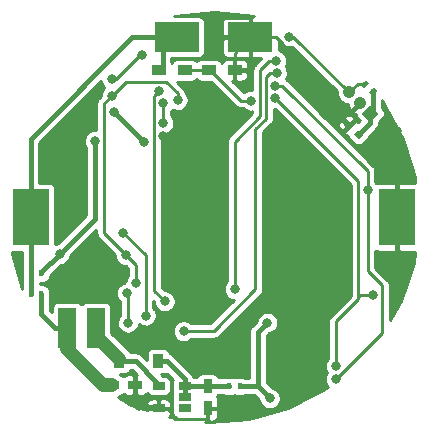
<source format=gbl>
G04 #@! TF.GenerationSoftware,KiCad,Pcbnew,no-vcs-found-44b118f~58~ubuntu16.04.1*
G04 #@! TF.CreationDate,2017-06-12T14:31:22+03:00*
G04 #@! TF.ProjectId,multisensor_cr2032,6D756C746973656E736F725F63723230,rev?*
G04 #@! TF.FileFunction,Copper,L2,Bot,Signal*
G04 #@! TF.FilePolarity,Positive*
%FSLAX46Y46*%
G04 Gerber Fmt 4.6, Leading zero omitted, Abs format (unit mm)*
G04 Created by KiCad (PCBNEW no-vcs-found-44b118f~58~ubuntu16.04.1) date Mon Jun 12 14:31:22 2017*
%MOMM*%
%LPD*%
G01*
G04 APERTURE LIST*
%ADD10C,0.100000*%
%ADD11C,0.400000*%
%ADD12R,3.149600X4.775200*%
%ADD13R,1.200000X0.750000*%
%ADD14R,3.750000X2.500000*%
%ADD15R,0.750000X1.200000*%
%ADD16R,0.900000X1.200000*%
%ADD17R,1.600000X3.400000*%
%ADD18R,1.060000X0.650000*%
%ADD19R,1.200000X0.900000*%
%ADD20R,0.400000X0.600000*%
%ADD21C,0.500000*%
%ADD22C,1.000000*%
%ADD23C,1.000000*%
%ADD24C,0.800000*%
%ADD25C,0.250000*%
%ADD26C,0.450000*%
%ADD27C,1.200000*%
%ADD28C,0.254000*%
G04 APERTURE END LIST*
D10*
D11*
X129681802Y-75581802D03*
D10*
G36*
X130035355Y-75511091D02*
X129611091Y-75935355D01*
X129328249Y-75652513D01*
X129752513Y-75228249D01*
X130035355Y-75511091D01*
X130035355Y-75511091D01*
G37*
D11*
X130318198Y-76218198D03*
D10*
G36*
X130671751Y-76147487D02*
X130247487Y-76571751D01*
X129964645Y-76288909D01*
X130388909Y-75864645D01*
X130671751Y-76147487D01*
X130671751Y-76147487D01*
G37*
D12*
X101346000Y-86868000D03*
X132384800Y-86868000D03*
D13*
X108270000Y-101092000D03*
X110170000Y-101092000D03*
D14*
X119965000Y-71628000D03*
X113715000Y-71628000D03*
D15*
X116332000Y-101158000D03*
X116332000Y-103058000D03*
D16*
X108840000Y-99060000D03*
X112140000Y-99060000D03*
D17*
X106864000Y-96266000D03*
X104464000Y-96266000D03*
D18*
X112184000Y-101158000D03*
X112184000Y-103058000D03*
X114384000Y-103058000D03*
X114384000Y-102108000D03*
X114384000Y-101158000D03*
D19*
X112184000Y-74422000D03*
X114384000Y-74422000D03*
X116418000Y-74422000D03*
X118618000Y-74422000D03*
D20*
X102250000Y-93400000D03*
X101350000Y-93400000D03*
X102250000Y-91600000D03*
X101350000Y-91600000D03*
X119050000Y-101200000D03*
X118150000Y-101200000D03*
D21*
X129088909Y-79888909D03*
D10*
G36*
X128700000Y-79853554D02*
X129053554Y-79500000D01*
X129477818Y-79924264D01*
X129124264Y-80277818D01*
X128700000Y-79853554D01*
X128700000Y-79853554D01*
G37*
D21*
X128311091Y-79111091D03*
D10*
G36*
X127922182Y-79075736D02*
X128275736Y-78722182D01*
X128700000Y-79146446D01*
X128346446Y-79500000D01*
X127922182Y-79075736D01*
X127922182Y-79075736D01*
G37*
D22*
X128303949Y-76303949D03*
D23*
X128303949Y-76303949D02*
X128303949Y-76303949D01*
D22*
X129201974Y-77201974D03*
D23*
X129201974Y-77201974D02*
X129201974Y-77201974D01*
D22*
X130100000Y-78100000D03*
D10*
G36*
X130100000Y-77392893D02*
X130807107Y-78100000D01*
X130100000Y-78807107D01*
X129392893Y-78100000D01*
X130100000Y-77392893D01*
X130100000Y-77392893D01*
G37*
D11*
X102552000Y-80580000D03*
X103552000Y-80580000D03*
X104552000Y-80580000D03*
X102552000Y-81580000D03*
X103552000Y-81580000D03*
X104552000Y-81580000D03*
X121552000Y-81580000D03*
X122552000Y-81580000D03*
X123552000Y-81580000D03*
X124552000Y-81580000D03*
X121552000Y-82580000D03*
X122552000Y-82580000D03*
X123552000Y-82580000D03*
X124552000Y-82580000D03*
X112552000Y-83580000D03*
X113552000Y-83580000D03*
X115552000Y-83580000D03*
X116552000Y-83580000D03*
X121552000Y-83580000D03*
X122552000Y-83580000D03*
X123552000Y-83580000D03*
X124552000Y-83580000D03*
X112552000Y-84580000D03*
X113552000Y-84580000D03*
X115552000Y-84580000D03*
X116552000Y-84580000D03*
X121552000Y-84580000D03*
X122552000Y-84580000D03*
X123552000Y-84580000D03*
X124552000Y-84580000D03*
X112552000Y-85580000D03*
X113552000Y-85580000D03*
X115552000Y-85580000D03*
X116552000Y-85580000D03*
X121552000Y-85580000D03*
X122552000Y-85580000D03*
X123552000Y-85580000D03*
X124552000Y-85580000D03*
X112552000Y-86580000D03*
X113552000Y-86580000D03*
X115552000Y-86580000D03*
X116552000Y-86580000D03*
X121552000Y-86580000D03*
X122552000Y-86580000D03*
X123552000Y-86580000D03*
X124552000Y-86580000D03*
X103552000Y-87580000D03*
X104552000Y-87580000D03*
X112552000Y-87580000D03*
X113552000Y-87580000D03*
X115552000Y-87580000D03*
X116552000Y-87580000D03*
X121552000Y-87580000D03*
X122552000Y-87580000D03*
X123552000Y-87580000D03*
X124552000Y-87580000D03*
X103552000Y-88580000D03*
X112552000Y-88580000D03*
X113552000Y-88580000D03*
X115552000Y-88580000D03*
X116552000Y-88580000D03*
X121552000Y-88580000D03*
X122552000Y-88580000D03*
X123552000Y-88580000D03*
X124552000Y-88580000D03*
X112552000Y-89580000D03*
X113552000Y-89580000D03*
X115552000Y-89580000D03*
X116552000Y-89580000D03*
X121552000Y-89580000D03*
X122552000Y-89580000D03*
X123552000Y-89580000D03*
X124552000Y-89580000D03*
X100552000Y-90580000D03*
X112552000Y-90580000D03*
X116552000Y-90580000D03*
X121552000Y-90580000D03*
X122552000Y-90580000D03*
X123552000Y-90580000D03*
X124552000Y-90580000D03*
X104552000Y-91580000D03*
X112552000Y-91580000D03*
X116552000Y-91580000D03*
X121552000Y-91580000D03*
X122552000Y-91580000D03*
X123552000Y-91580000D03*
X124552000Y-91580000D03*
X104552000Y-92580000D03*
X121552000Y-92580000D03*
X122552000Y-92580000D03*
X123552000Y-92580000D03*
X124552000Y-92580000D03*
X123552000Y-95580000D03*
X124552000Y-95580000D03*
X112552000Y-96580000D03*
X123552000Y-96580000D03*
X124552000Y-96580000D03*
X112552000Y-97580000D03*
X122552000Y-97580000D03*
X123552000Y-97580000D03*
X124552000Y-97580000D03*
X125552000Y-97580000D03*
X115552000Y-98580000D03*
X115552000Y-99580000D03*
X123552000Y-102580000D03*
D24*
X127324990Y-78200000D03*
X112575010Y-80010000D03*
X114500000Y-91400000D03*
X133600000Y-90200000D03*
X132400000Y-79600000D03*
X116796975Y-70121872D03*
X110490000Y-102870000D03*
X122193044Y-74682769D03*
X114300000Y-96520000D03*
X110975010Y-80518000D03*
X121400000Y-95800000D03*
X108400008Y-78000000D03*
X121600000Y-102200000D03*
X106800000Y-80400000D03*
X103800000Y-90000000D03*
X109424990Y-90100000D03*
X110275010Y-92456000D03*
X108200000Y-76600000D03*
X113792000Y-76948990D03*
X111100000Y-95200000D03*
X109193988Y-88200000D03*
X112575010Y-78914469D03*
X112575010Y-77230892D03*
X109500000Y-93300000D03*
X109600000Y-95800000D03*
X122134383Y-73634397D03*
X118618000Y-92963988D03*
X112700000Y-94000000D03*
X112212039Y-76175931D03*
X108200008Y-75200000D03*
X110744000Y-73152000D03*
X119999992Y-77000000D03*
X127200000Y-100600000D03*
X122078199Y-75731036D03*
X129875010Y-84582000D03*
X130324990Y-93500000D03*
X127200000Y-99499992D03*
X122050023Y-76798569D03*
X123189490Y-71575010D03*
D25*
X132400000Y-79600000D02*
X130900000Y-81100000D01*
X130900000Y-81100000D02*
X129000000Y-81100000D01*
X129000000Y-81100000D02*
X127900000Y-80000000D01*
X127900000Y-80000000D02*
X127900000Y-79522182D01*
X127900000Y-79522182D02*
X128311091Y-79111091D01*
X128311091Y-79111091D02*
X128236081Y-79111091D01*
X128236081Y-79111091D02*
X127324990Y-78200000D01*
X127324990Y-76862990D02*
X127324990Y-78200000D01*
X122090000Y-71628000D02*
X127324990Y-76862990D01*
X119965000Y-71628000D02*
X122090000Y-71628000D01*
X114500000Y-81934990D02*
X112575010Y-80010000D01*
X114500000Y-91400000D02*
X114500000Y-81934990D01*
X133600000Y-90200000D02*
X133034315Y-90200000D01*
X133034315Y-90200000D02*
X132384800Y-89550485D01*
X132384800Y-89550485D02*
X132384800Y-86868000D01*
X112184000Y-103058000D02*
X112858000Y-103058000D01*
X112858000Y-103058000D02*
X113400000Y-103600000D01*
X113400000Y-103600000D02*
X113400000Y-103800000D01*
X113400000Y-103800000D02*
X113600000Y-104000000D01*
X113600000Y-104000000D02*
X116264000Y-104000000D01*
X116264000Y-104000000D02*
X116332000Y-103932000D01*
X116332000Y-103932000D02*
X116332000Y-103468000D01*
X116332000Y-103468000D02*
X116600000Y-103200000D01*
X118618000Y-74582000D02*
X118618000Y-74422000D01*
X119965000Y-71628000D02*
X119965000Y-70000000D01*
X119965000Y-70000000D02*
X116918847Y-70000000D01*
X116918847Y-70000000D02*
X116796975Y-70121872D01*
X116332000Y-103932000D02*
X116332000Y-103058000D01*
X112184000Y-103058000D02*
X111458000Y-103058000D01*
X111458000Y-103058000D02*
X110170000Y-101770000D01*
X110170000Y-101770000D02*
X110170000Y-101092000D01*
X110490000Y-102870000D02*
X111996000Y-102870000D01*
X111996000Y-102870000D02*
X112184000Y-103058000D01*
X118618000Y-74422000D02*
X118618000Y-72975000D01*
X118618000Y-72975000D02*
X119965000Y-71628000D01*
X120382998Y-92977002D02*
X120382999Y-79417003D01*
X121275013Y-78524989D02*
X121275013Y-75035115D01*
X121275013Y-75035115D02*
X121627359Y-74682769D01*
X121627359Y-74682769D02*
X122193044Y-74682769D01*
X120382999Y-79417003D02*
X121275013Y-78524989D01*
X116840000Y-96520000D02*
X120382998Y-92977002D01*
X114300000Y-96520000D02*
X116840000Y-96520000D01*
D26*
X129088909Y-79888909D02*
X130100000Y-78877818D01*
X130100000Y-78877818D02*
X130100000Y-78100000D01*
X130318198Y-76218198D02*
X130318198Y-77881802D01*
X130318198Y-77881802D02*
X130100000Y-78100000D01*
X108400008Y-78000000D02*
X110918008Y-80518000D01*
X110918008Y-80518000D02*
X110975010Y-80518000D01*
X120600000Y-96600000D02*
X121400000Y-95800000D01*
X120600000Y-101200000D02*
X120600000Y-96600000D01*
X119050000Y-101200000D02*
X120600000Y-101200000D01*
X120600000Y-101200000D02*
X121600000Y-102200000D01*
X102250000Y-91600000D02*
X102250000Y-91550000D01*
X102250000Y-91550000D02*
X103800000Y-90000000D01*
X103800000Y-90000000D02*
X106800000Y-87000000D01*
X106800000Y-87000000D02*
X106800000Y-80400000D01*
D25*
X110275010Y-90950020D02*
X109424990Y-90100000D01*
X107575002Y-88250012D02*
X109424990Y-90100000D01*
X107575002Y-77224998D02*
X107575002Y-88250012D01*
X110275010Y-92456000D02*
X110275010Y-90950020D01*
X108200000Y-76600000D02*
X107575002Y-77224998D01*
X109399070Y-75400930D02*
X108200000Y-76600000D01*
X112809625Y-75400930D02*
X109399070Y-75400930D01*
X113792000Y-76948990D02*
X113792000Y-76383305D01*
X113792000Y-76383305D02*
X112809625Y-75400930D01*
X111100000Y-90106012D02*
X111100000Y-95200000D01*
X109193988Y-88200000D02*
X111100000Y-90106012D01*
X112575010Y-78914469D02*
X112575010Y-77230892D01*
X109600000Y-95800000D02*
X109600000Y-93400000D01*
X109600000Y-93400000D02*
X109500000Y-93300000D01*
X118618000Y-80474880D02*
X118618000Y-92963988D01*
X122134383Y-73634397D02*
X121568698Y-73634397D01*
X120775006Y-78317874D02*
X118618000Y-80474880D01*
X121568698Y-73634397D02*
X120775006Y-74428089D01*
X120775006Y-74428089D02*
X120775006Y-78317874D01*
X111800000Y-93100000D02*
X112700000Y-94000000D01*
X111800000Y-76587970D02*
X111800000Y-93100000D01*
X112212039Y-76175931D02*
X111800000Y-76587970D01*
X108840000Y-99060000D02*
X108840000Y-98910000D01*
D27*
X108840000Y-98910000D02*
X106864000Y-96934000D01*
D25*
X106864000Y-96934000D02*
X106864000Y-96266000D01*
D26*
X111979000Y-101158000D02*
X111979000Y-100803000D01*
X111979000Y-100803000D02*
X110236000Y-99060000D01*
X110236000Y-99060000D02*
X108840000Y-99060000D01*
D25*
X112184000Y-101158000D02*
X111979000Y-101158000D01*
X110744000Y-73152000D02*
X110648000Y-73152000D01*
X110648000Y-73152000D02*
X108600000Y-75200000D01*
X108600000Y-75200000D02*
X108200008Y-75200000D01*
X119146000Y-77000000D02*
X119999992Y-77000000D01*
X116418000Y-74422000D02*
X116568000Y-74422000D01*
X116568000Y-74422000D02*
X119146000Y-77000000D01*
X116418000Y-74422000D02*
X114384000Y-74422000D01*
D26*
X101350000Y-91600000D02*
X101350000Y-93400000D01*
X101350000Y-91600000D02*
X101350000Y-86872000D01*
X101350000Y-86872000D02*
X101346000Y-86868000D01*
X113715000Y-71628000D02*
X109972000Y-71628000D01*
X109972000Y-71628000D02*
X101346000Y-80254000D01*
X101346000Y-80254000D02*
X101346000Y-86868000D01*
X101346000Y-86868000D02*
X101214000Y-87000000D01*
X101214000Y-87000000D02*
X101400000Y-87000000D01*
X112184000Y-74422000D02*
X112522000Y-74084000D01*
X112522000Y-74084000D02*
X112522000Y-72821000D01*
X112522000Y-72821000D02*
X113715000Y-71628000D01*
X102250000Y-93400000D02*
X102250000Y-95102000D01*
X103414000Y-96266000D02*
X104464000Y-96266000D01*
X102250000Y-95102000D02*
X103414000Y-96266000D01*
D27*
X108270000Y-101092000D02*
X107492000Y-101092000D01*
X107492000Y-101092000D02*
X104464000Y-98064000D01*
X104464000Y-98064000D02*
X104464000Y-96266000D01*
X107986000Y-101092000D02*
X108270000Y-101092000D01*
D26*
X116332000Y-101158000D02*
X118108000Y-101158000D01*
D25*
X118108000Y-101158000D02*
X118150000Y-101200000D01*
X111810000Y-99060000D02*
X112140000Y-99060000D01*
D26*
X114384000Y-101158000D02*
X116332000Y-101158000D01*
X114384000Y-101158000D02*
X114384000Y-100583000D01*
X112861000Y-99060000D02*
X112140000Y-99060000D01*
X114384000Y-100583000D02*
X112861000Y-99060000D01*
X114384000Y-102108000D02*
X114384000Y-101158000D01*
D25*
X131100000Y-92652996D02*
X131100000Y-96700000D01*
X129875010Y-84582000D02*
X129875010Y-91428006D01*
X129875010Y-91428006D02*
X131100000Y-92652996D01*
X131100000Y-96700000D02*
X127200000Y-100600000D01*
X122643884Y-75731036D02*
X122078199Y-75731036D01*
X129875010Y-82962162D02*
X122643884Y-75731036D01*
X129875010Y-84582000D02*
X129875010Y-82962162D01*
X129200000Y-93500000D02*
X130324990Y-93500000D01*
X129100000Y-93600000D02*
X129200000Y-93500000D01*
X129100000Y-83848546D02*
X129100000Y-93600000D01*
X129100000Y-93600000D02*
X129100000Y-93800000D01*
X129100000Y-93800000D02*
X127200000Y-95700000D01*
X127200000Y-95700000D02*
X127200000Y-99499992D01*
X122050023Y-76798569D02*
X129100000Y-83848546D01*
X128303949Y-76303949D02*
X123575010Y-71575010D01*
X123575010Y-71575010D02*
X123189490Y-71575010D01*
X129681802Y-75581802D02*
X129026096Y-75581802D01*
X129026096Y-75581802D02*
X128303949Y-76303949D01*
D28*
G36*
X115443552Y-75246448D02*
X115523798Y-75312304D01*
X115615350Y-75361239D01*
X115714690Y-75391374D01*
X115818000Y-75401549D01*
X116625481Y-75401549D01*
X118684967Y-77461034D01*
X118731518Y-77499271D01*
X118777642Y-77537974D01*
X118780647Y-77539626D01*
X118783296Y-77541802D01*
X118836371Y-77570261D01*
X118889150Y-77599276D01*
X118892418Y-77600313D01*
X118895440Y-77601933D01*
X118953066Y-77619551D01*
X119010442Y-77637752D01*
X119013846Y-77638134D01*
X119017127Y-77639137D01*
X119077133Y-77645233D01*
X119136897Y-77651936D01*
X119143588Y-77651983D01*
X119143725Y-77651997D01*
X119143853Y-77651985D01*
X119146000Y-77652000D01*
X119340884Y-77652000D01*
X119396278Y-77709362D01*
X119545558Y-77813114D01*
X119712147Y-77885895D01*
X119889700Y-77924932D01*
X120071455Y-77928740D01*
X120123006Y-77919650D01*
X120123006Y-78047806D01*
X118156966Y-80013846D01*
X118118690Y-80060445D01*
X118080026Y-80106522D01*
X118078376Y-80109524D01*
X118076198Y-80112175D01*
X118047728Y-80165272D01*
X118018724Y-80218030D01*
X118017687Y-80221298D01*
X118016067Y-80224320D01*
X117998449Y-80281946D01*
X117980248Y-80339322D01*
X117979866Y-80342726D01*
X117978863Y-80346007D01*
X117972772Y-80405969D01*
X117966064Y-80465777D01*
X117966017Y-80472478D01*
X117966004Y-80472605D01*
X117966015Y-80472723D01*
X117966000Y-80474880D01*
X117966000Y-92304958D01*
X117904441Y-92365241D01*
X117801733Y-92515242D01*
X117730117Y-92682335D01*
X117692320Y-92860156D01*
X117689782Y-93041933D01*
X117722599Y-93220740D01*
X117789522Y-93389768D01*
X117888001Y-93542578D01*
X118014286Y-93673350D01*
X118163566Y-93777102D01*
X118330155Y-93849883D01*
X118507708Y-93888920D01*
X118548165Y-93889768D01*
X116569932Y-95868000D01*
X114959015Y-95868000D01*
X114893751Y-95802278D01*
X114743037Y-95700621D01*
X114575448Y-95630173D01*
X114397367Y-95593618D01*
X114215577Y-95592349D01*
X114037003Y-95626413D01*
X113868447Y-95694515D01*
X113716328Y-95794058D01*
X113586441Y-95921253D01*
X113483733Y-96071254D01*
X113412117Y-96238347D01*
X113374320Y-96416168D01*
X113371782Y-96597945D01*
X113404599Y-96776752D01*
X113471522Y-96945780D01*
X113570001Y-97098590D01*
X113696286Y-97229362D01*
X113845566Y-97333114D01*
X114012155Y-97405895D01*
X114189708Y-97444932D01*
X114371463Y-97448740D01*
X114550495Y-97417171D01*
X114719986Y-97351430D01*
X114873479Y-97254020D01*
X114959609Y-97172000D01*
X116840000Y-97172000D01*
X116899953Y-97166122D01*
X116959937Y-97160874D01*
X116963229Y-97159918D01*
X116966641Y-97159583D01*
X117024283Y-97142180D01*
X117082132Y-97125373D01*
X117085177Y-97123795D01*
X117088458Y-97122804D01*
X117141633Y-97094530D01*
X117195105Y-97066813D01*
X117197784Y-97064675D01*
X117200811Y-97063065D01*
X117247506Y-97024982D01*
X117294552Y-96987425D01*
X117299324Y-96982720D01*
X117299422Y-96982640D01*
X117299497Y-96982550D01*
X117301034Y-96981034D01*
X120844032Y-93438035D01*
X120882288Y-93391462D01*
X120920972Y-93345360D01*
X120922622Y-93342358D01*
X120924800Y-93339707D01*
X120953270Y-93286610D01*
X120982274Y-93233852D01*
X120983311Y-93230584D01*
X120984931Y-93227562D01*
X121002549Y-93169936D01*
X121020750Y-93112560D01*
X121021132Y-93109156D01*
X121022135Y-93105875D01*
X121028226Y-93045913D01*
X121034934Y-92986105D01*
X121034981Y-92979404D01*
X121034994Y-92979277D01*
X121034983Y-92979159D01*
X121034998Y-92977002D01*
X121034999Y-79687071D01*
X121736046Y-78986023D01*
X121774298Y-78939454D01*
X121812987Y-78893347D01*
X121814637Y-78890345D01*
X121816815Y-78887694D01*
X121845296Y-78834578D01*
X121874289Y-78781839D01*
X121875325Y-78778573D01*
X121876946Y-78775550D01*
X121894569Y-78717909D01*
X121912765Y-78660547D01*
X121913147Y-78657143D01*
X121914150Y-78653862D01*
X121920241Y-78593896D01*
X121926949Y-78534092D01*
X121926996Y-78527392D01*
X121927009Y-78527265D01*
X121926998Y-78527147D01*
X121927013Y-78524989D01*
X121927013Y-77720705D01*
X121939731Y-77723501D01*
X122055308Y-77725922D01*
X128448000Y-84118614D01*
X128448000Y-93529933D01*
X126738966Y-95238966D01*
X126700690Y-95285565D01*
X126662026Y-95331642D01*
X126660376Y-95334644D01*
X126658198Y-95337295D01*
X126629728Y-95390392D01*
X126600724Y-95443150D01*
X126599687Y-95446418D01*
X126598067Y-95449440D01*
X126580449Y-95507066D01*
X126562248Y-95564442D01*
X126561866Y-95567846D01*
X126560863Y-95571127D01*
X126554772Y-95631089D01*
X126548064Y-95690897D01*
X126548017Y-95697598D01*
X126548004Y-95697725D01*
X126548015Y-95697843D01*
X126548000Y-95700000D01*
X126548000Y-98840962D01*
X126486441Y-98901245D01*
X126383733Y-99051246D01*
X126312117Y-99218339D01*
X126274320Y-99396160D01*
X126271782Y-99577937D01*
X126304599Y-99756744D01*
X126371522Y-99925772D01*
X126452300Y-100051115D01*
X126383733Y-100151254D01*
X126312117Y-100318347D01*
X126274320Y-100496168D01*
X126271782Y-100677945D01*
X126304599Y-100856752D01*
X126371522Y-101025780D01*
X126470001Y-101178590D01*
X126521355Y-101231769D01*
X126143081Y-101527309D01*
X123118563Y-103055103D01*
X119854898Y-103966335D01*
X116476396Y-104226296D01*
X116127551Y-104184699D01*
X116259000Y-104053250D01*
X116259000Y-103131000D01*
X116405000Y-103131000D01*
X116405000Y-104053250D01*
X116536750Y-104185000D01*
X116758905Y-104185000D01*
X116860720Y-104164748D01*
X116956628Y-104125021D01*
X117042943Y-104067348D01*
X117116348Y-103993943D01*
X117174021Y-103907628D01*
X117213748Y-103811720D01*
X117234000Y-103709905D01*
X117234000Y-103262750D01*
X117102250Y-103131000D01*
X116405000Y-103131000D01*
X116259000Y-103131000D01*
X116239000Y-103131000D01*
X116239000Y-102985000D01*
X116259000Y-102985000D01*
X116259000Y-102965000D01*
X116405000Y-102965000D01*
X116405000Y-102985000D01*
X117102250Y-102985000D01*
X117234000Y-102853250D01*
X117234000Y-102406095D01*
X117213748Y-102304280D01*
X117174021Y-102208372D01*
X117116348Y-102122057D01*
X117101863Y-102107572D01*
X117147304Y-102052202D01*
X117196239Y-101960650D01*
X117211604Y-101910000D01*
X117618872Y-101910000D01*
X117655798Y-101940304D01*
X117747350Y-101989239D01*
X117846690Y-102019374D01*
X117950000Y-102029549D01*
X118350000Y-102029549D01*
X118453310Y-102019374D01*
X118552650Y-101989239D01*
X118600000Y-101963930D01*
X118647350Y-101989239D01*
X118746690Y-102019374D01*
X118850000Y-102029549D01*
X119250000Y-102029549D01*
X119353310Y-102019374D01*
X119452650Y-101989239D01*
X119522320Y-101952000D01*
X120288512Y-101952000D01*
X120684668Y-102348157D01*
X120704599Y-102456752D01*
X120771522Y-102625780D01*
X120870001Y-102778590D01*
X120996286Y-102909362D01*
X121145566Y-103013114D01*
X121312155Y-103085895D01*
X121489708Y-103124932D01*
X121671463Y-103128740D01*
X121850495Y-103097171D01*
X122019986Y-103031430D01*
X122173479Y-102934020D01*
X122305130Y-102808651D01*
X122409921Y-102660099D01*
X122483864Y-102494022D01*
X122524140Y-102316746D01*
X122527039Y-102109103D01*
X122491729Y-101930771D01*
X122422452Y-101762694D01*
X122321849Y-101611274D01*
X122193751Y-101482278D01*
X122043037Y-101380621D01*
X121875448Y-101310173D01*
X121747371Y-101283882D01*
X121352000Y-100888512D01*
X121352000Y-96911488D01*
X121548296Y-96715192D01*
X121650495Y-96697171D01*
X121819986Y-96631430D01*
X121973479Y-96534020D01*
X122105130Y-96408651D01*
X122209921Y-96260099D01*
X122283864Y-96094022D01*
X122324140Y-95916746D01*
X122327039Y-95709103D01*
X122291729Y-95530771D01*
X122222452Y-95362694D01*
X122121849Y-95211274D01*
X121993751Y-95082278D01*
X121843037Y-94980621D01*
X121675448Y-94910173D01*
X121497367Y-94873618D01*
X121315577Y-94872349D01*
X121137003Y-94906413D01*
X120968447Y-94974515D01*
X120816328Y-95074058D01*
X120686441Y-95201253D01*
X120583733Y-95351254D01*
X120512117Y-95518347D01*
X120483491Y-95653021D01*
X120068256Y-96068256D01*
X120024174Y-96121922D01*
X119979515Y-96175145D01*
X119977610Y-96178611D01*
X119975100Y-96181666D01*
X119942280Y-96242875D01*
X119908810Y-96303756D01*
X119907614Y-96307526D01*
X119905746Y-96311010D01*
X119885438Y-96377434D01*
X119864433Y-96443650D01*
X119863992Y-96447579D01*
X119862836Y-96451361D01*
X119855820Y-96520439D01*
X119848073Y-96589500D01*
X119848019Y-96597235D01*
X119848005Y-96597375D01*
X119848017Y-96597506D01*
X119848000Y-96600000D01*
X119848000Y-100448000D01*
X119522320Y-100448000D01*
X119452650Y-100410761D01*
X119353310Y-100380626D01*
X119250000Y-100370451D01*
X118850000Y-100370451D01*
X118746690Y-100380626D01*
X118647350Y-100410761D01*
X118600000Y-100436070D01*
X118552650Y-100410761D01*
X118453310Y-100380626D01*
X118350000Y-100370451D01*
X117950000Y-100370451D01*
X117846690Y-100380626D01*
X117763045Y-100406000D01*
X117211604Y-100406000D01*
X117196239Y-100355350D01*
X117147304Y-100263798D01*
X117081448Y-100183552D01*
X117001202Y-100117696D01*
X116909650Y-100068761D01*
X116810310Y-100038626D01*
X116707000Y-100028451D01*
X115957000Y-100028451D01*
X115853690Y-100038626D01*
X115754350Y-100068761D01*
X115662798Y-100117696D01*
X115582552Y-100183552D01*
X115516696Y-100263798D01*
X115467761Y-100355350D01*
X115452396Y-100406000D01*
X115224413Y-100406000D01*
X115208202Y-100392696D01*
X115116650Y-100343761D01*
X115091647Y-100336176D01*
X115082221Y-100303731D01*
X115080403Y-100300223D01*
X115079259Y-100296435D01*
X115046625Y-100235059D01*
X115014680Y-100173432D01*
X115012215Y-100170344D01*
X115010357Y-100166850D01*
X114966447Y-100113010D01*
X114923117Y-100058732D01*
X114917691Y-100053230D01*
X114917597Y-100053115D01*
X114917490Y-100053027D01*
X114915744Y-100051256D01*
X113392744Y-98528256D01*
X113339078Y-98484174D01*
X113285855Y-98439515D01*
X113282389Y-98437610D01*
X113279334Y-98435100D01*
X113218125Y-98402280D01*
X113157244Y-98368810D01*
X113153474Y-98367614D01*
X113149990Y-98365746D01*
X113108250Y-98352985D01*
X113079239Y-98257350D01*
X113030304Y-98165798D01*
X112964448Y-98085552D01*
X112884202Y-98019696D01*
X112792650Y-97970761D01*
X112693310Y-97940626D01*
X112590000Y-97930451D01*
X111690000Y-97930451D01*
X111586690Y-97940626D01*
X111487350Y-97970761D01*
X111395798Y-98019696D01*
X111315552Y-98085552D01*
X111249696Y-98165798D01*
X111200761Y-98257350D01*
X111170626Y-98356690D01*
X111160451Y-98460000D01*
X111160451Y-98920963D01*
X110767744Y-98528256D01*
X110714078Y-98484174D01*
X110660855Y-98439515D01*
X110657389Y-98437610D01*
X110654334Y-98435100D01*
X110593125Y-98402280D01*
X110532244Y-98368810D01*
X110528474Y-98367614D01*
X110524990Y-98365746D01*
X110458566Y-98345438D01*
X110392350Y-98324433D01*
X110388421Y-98323992D01*
X110384639Y-98322836D01*
X110315561Y-98315820D01*
X110246500Y-98308073D01*
X110238765Y-98308019D01*
X110238625Y-98308005D01*
X110238494Y-98308017D01*
X110236000Y-98308000D01*
X109794604Y-98308000D01*
X109779239Y-98257350D01*
X109730304Y-98165798D01*
X109664448Y-98085552D01*
X109584202Y-98019696D01*
X109496794Y-97972976D01*
X108193549Y-96669731D01*
X108193549Y-94566000D01*
X108183374Y-94462690D01*
X108153239Y-94363350D01*
X108104304Y-94271798D01*
X108038448Y-94191552D01*
X107958202Y-94125696D01*
X107866650Y-94076761D01*
X107767310Y-94046626D01*
X107664000Y-94036451D01*
X106064000Y-94036451D01*
X105960690Y-94046626D01*
X105861350Y-94076761D01*
X105769798Y-94125696D01*
X105689552Y-94191552D01*
X105664000Y-94222687D01*
X105638448Y-94191552D01*
X105558202Y-94125696D01*
X105466650Y-94076761D01*
X105367310Y-94046626D01*
X105264000Y-94036451D01*
X103664000Y-94036451D01*
X103560690Y-94046626D01*
X103461350Y-94076761D01*
X103369798Y-94125696D01*
X103289552Y-94191552D01*
X103223696Y-94271798D01*
X103174761Y-94363350D01*
X103144626Y-94462690D01*
X103134451Y-94566000D01*
X103134451Y-94922963D01*
X103002000Y-94790512D01*
X103002000Y-93400000D01*
X102987678Y-93253936D01*
X102979549Y-93227011D01*
X102979549Y-93100000D01*
X102969374Y-92996690D01*
X102939239Y-92897350D01*
X102890304Y-92805798D01*
X102824448Y-92725552D01*
X102744202Y-92659696D01*
X102652650Y-92610761D01*
X102553310Y-92580626D01*
X102450000Y-92570451D01*
X102102000Y-92570451D01*
X102102000Y-92429549D01*
X102450000Y-92429549D01*
X102553310Y-92419374D01*
X102652650Y-92389239D01*
X102744202Y-92340304D01*
X102824448Y-92274448D01*
X102890304Y-92194202D01*
X102939239Y-92102650D01*
X102969374Y-92003310D01*
X102979549Y-91900000D01*
X102979549Y-91883939D01*
X103948296Y-90915192D01*
X104050495Y-90897171D01*
X104219986Y-90831430D01*
X104373479Y-90734020D01*
X104505130Y-90608651D01*
X104609921Y-90460099D01*
X104683864Y-90294022D01*
X104717495Y-90145993D01*
X106923002Y-87940487D01*
X106923002Y-88250012D01*
X106928880Y-88309965D01*
X106934128Y-88369949D01*
X106935084Y-88373241D01*
X106935419Y-88376653D01*
X106952822Y-88434295D01*
X106969629Y-88492144D01*
X106971207Y-88495189D01*
X106972198Y-88498470D01*
X107000472Y-88551645D01*
X107028189Y-88605117D01*
X107030327Y-88607796D01*
X107031937Y-88610823D01*
X107070020Y-88657518D01*
X107107577Y-88704564D01*
X107112282Y-88709336D01*
X107112362Y-88709434D01*
X107112452Y-88709509D01*
X107113968Y-88711046D01*
X108497930Y-90095008D01*
X108496772Y-90177945D01*
X108529589Y-90356752D01*
X108596512Y-90525780D01*
X108694991Y-90678590D01*
X108821276Y-90809362D01*
X108970556Y-90913114D01*
X109137145Y-90985895D01*
X109314698Y-91024932D01*
X109430276Y-91027354D01*
X109623010Y-91220087D01*
X109623010Y-91796970D01*
X109561451Y-91857253D01*
X109458743Y-92007254D01*
X109387127Y-92174347D01*
X109349330Y-92352168D01*
X109348871Y-92385074D01*
X109237003Y-92406413D01*
X109068447Y-92474515D01*
X108916328Y-92574058D01*
X108786441Y-92701253D01*
X108683733Y-92851254D01*
X108612117Y-93018347D01*
X108574320Y-93196168D01*
X108571782Y-93377945D01*
X108604599Y-93556752D01*
X108671522Y-93725780D01*
X108770001Y-93878590D01*
X108896286Y-94009362D01*
X108948000Y-94045304D01*
X108948000Y-95140970D01*
X108886441Y-95201253D01*
X108783733Y-95351254D01*
X108712117Y-95518347D01*
X108674320Y-95696168D01*
X108671782Y-95877945D01*
X108704599Y-96056752D01*
X108771522Y-96225780D01*
X108870001Y-96378590D01*
X108996286Y-96509362D01*
X109145566Y-96613114D01*
X109312155Y-96685895D01*
X109489708Y-96724932D01*
X109671463Y-96728740D01*
X109850495Y-96697171D01*
X110019986Y-96631430D01*
X110173479Y-96534020D01*
X110305130Y-96408651D01*
X110409921Y-96260099D01*
X110483864Y-96094022D01*
X110521790Y-95927088D01*
X110645566Y-96013114D01*
X110812155Y-96085895D01*
X110989708Y-96124932D01*
X111171463Y-96128740D01*
X111350495Y-96097171D01*
X111519986Y-96031430D01*
X111673479Y-95934020D01*
X111805130Y-95808651D01*
X111909921Y-95660099D01*
X111983864Y-95494022D01*
X112024140Y-95316746D01*
X112027039Y-95109103D01*
X111991729Y-94930771D01*
X111922452Y-94762694D01*
X111821849Y-94611274D01*
X111752000Y-94540935D01*
X111752000Y-93974068D01*
X111772940Y-93995008D01*
X111771782Y-94077945D01*
X111804599Y-94256752D01*
X111871522Y-94425780D01*
X111970001Y-94578590D01*
X112096286Y-94709362D01*
X112245566Y-94813114D01*
X112412155Y-94885895D01*
X112589708Y-94924932D01*
X112771463Y-94928740D01*
X112950495Y-94897171D01*
X113119986Y-94831430D01*
X113273479Y-94734020D01*
X113405130Y-94608651D01*
X113509921Y-94460099D01*
X113583864Y-94294022D01*
X113624140Y-94116746D01*
X113627039Y-93909103D01*
X113591729Y-93730771D01*
X113522452Y-93562694D01*
X113421849Y-93411274D01*
X113293751Y-93282278D01*
X113143037Y-93180621D01*
X112975448Y-93110173D01*
X112797367Y-93073618D01*
X112694971Y-93072903D01*
X112452000Y-92829932D01*
X112452000Y-79836605D01*
X112464718Y-79839401D01*
X112646473Y-79843209D01*
X112825505Y-79811640D01*
X112994996Y-79745899D01*
X113148489Y-79648489D01*
X113280140Y-79523120D01*
X113384931Y-79374568D01*
X113458874Y-79208491D01*
X113499150Y-79031215D01*
X113502049Y-78823572D01*
X113466739Y-78645240D01*
X113397462Y-78477163D01*
X113296859Y-78325743D01*
X113227010Y-78255404D01*
X113227010Y-77890138D01*
X113280140Y-77839543D01*
X113335688Y-77760799D01*
X113337566Y-77762104D01*
X113504155Y-77834885D01*
X113681708Y-77873922D01*
X113863463Y-77877730D01*
X114042495Y-77846161D01*
X114211986Y-77780420D01*
X114365479Y-77683010D01*
X114497130Y-77557641D01*
X114601921Y-77409089D01*
X114675864Y-77243012D01*
X114716140Y-77065736D01*
X114719039Y-76858093D01*
X114683729Y-76679761D01*
X114614452Y-76511684D01*
X114513849Y-76360264D01*
X114434346Y-76280204D01*
X114432873Y-76263368D01*
X114431918Y-76260081D01*
X114431583Y-76256664D01*
X114414153Y-76198934D01*
X114397372Y-76141173D01*
X114395796Y-76138132D01*
X114394804Y-76134847D01*
X114366512Y-76081637D01*
X114338813Y-76028200D01*
X114336675Y-76025521D01*
X114335065Y-76022494D01*
X114296982Y-75975799D01*
X114259425Y-75928753D01*
X114254720Y-75923981D01*
X114254640Y-75923883D01*
X114254550Y-75923808D01*
X114253034Y-75922271D01*
X113726665Y-75395902D01*
X113784000Y-75401549D01*
X114984000Y-75401549D01*
X115087310Y-75391374D01*
X115186650Y-75361239D01*
X115278202Y-75312304D01*
X115358448Y-75246448D01*
X115401000Y-75194598D01*
X115443552Y-75246448D01*
X115443552Y-75246448D01*
G37*
X115443552Y-75246448D02*
X115523798Y-75312304D01*
X115615350Y-75361239D01*
X115714690Y-75391374D01*
X115818000Y-75401549D01*
X116625481Y-75401549D01*
X118684967Y-77461034D01*
X118731518Y-77499271D01*
X118777642Y-77537974D01*
X118780647Y-77539626D01*
X118783296Y-77541802D01*
X118836371Y-77570261D01*
X118889150Y-77599276D01*
X118892418Y-77600313D01*
X118895440Y-77601933D01*
X118953066Y-77619551D01*
X119010442Y-77637752D01*
X119013846Y-77638134D01*
X119017127Y-77639137D01*
X119077133Y-77645233D01*
X119136897Y-77651936D01*
X119143588Y-77651983D01*
X119143725Y-77651997D01*
X119143853Y-77651985D01*
X119146000Y-77652000D01*
X119340884Y-77652000D01*
X119396278Y-77709362D01*
X119545558Y-77813114D01*
X119712147Y-77885895D01*
X119889700Y-77924932D01*
X120071455Y-77928740D01*
X120123006Y-77919650D01*
X120123006Y-78047806D01*
X118156966Y-80013846D01*
X118118690Y-80060445D01*
X118080026Y-80106522D01*
X118078376Y-80109524D01*
X118076198Y-80112175D01*
X118047728Y-80165272D01*
X118018724Y-80218030D01*
X118017687Y-80221298D01*
X118016067Y-80224320D01*
X117998449Y-80281946D01*
X117980248Y-80339322D01*
X117979866Y-80342726D01*
X117978863Y-80346007D01*
X117972772Y-80405969D01*
X117966064Y-80465777D01*
X117966017Y-80472478D01*
X117966004Y-80472605D01*
X117966015Y-80472723D01*
X117966000Y-80474880D01*
X117966000Y-92304958D01*
X117904441Y-92365241D01*
X117801733Y-92515242D01*
X117730117Y-92682335D01*
X117692320Y-92860156D01*
X117689782Y-93041933D01*
X117722599Y-93220740D01*
X117789522Y-93389768D01*
X117888001Y-93542578D01*
X118014286Y-93673350D01*
X118163566Y-93777102D01*
X118330155Y-93849883D01*
X118507708Y-93888920D01*
X118548165Y-93889768D01*
X116569932Y-95868000D01*
X114959015Y-95868000D01*
X114893751Y-95802278D01*
X114743037Y-95700621D01*
X114575448Y-95630173D01*
X114397367Y-95593618D01*
X114215577Y-95592349D01*
X114037003Y-95626413D01*
X113868447Y-95694515D01*
X113716328Y-95794058D01*
X113586441Y-95921253D01*
X113483733Y-96071254D01*
X113412117Y-96238347D01*
X113374320Y-96416168D01*
X113371782Y-96597945D01*
X113404599Y-96776752D01*
X113471522Y-96945780D01*
X113570001Y-97098590D01*
X113696286Y-97229362D01*
X113845566Y-97333114D01*
X114012155Y-97405895D01*
X114189708Y-97444932D01*
X114371463Y-97448740D01*
X114550495Y-97417171D01*
X114719986Y-97351430D01*
X114873479Y-97254020D01*
X114959609Y-97172000D01*
X116840000Y-97172000D01*
X116899953Y-97166122D01*
X116959937Y-97160874D01*
X116963229Y-97159918D01*
X116966641Y-97159583D01*
X117024283Y-97142180D01*
X117082132Y-97125373D01*
X117085177Y-97123795D01*
X117088458Y-97122804D01*
X117141633Y-97094530D01*
X117195105Y-97066813D01*
X117197784Y-97064675D01*
X117200811Y-97063065D01*
X117247506Y-97024982D01*
X117294552Y-96987425D01*
X117299324Y-96982720D01*
X117299422Y-96982640D01*
X117299497Y-96982550D01*
X117301034Y-96981034D01*
X120844032Y-93438035D01*
X120882288Y-93391462D01*
X120920972Y-93345360D01*
X120922622Y-93342358D01*
X120924800Y-93339707D01*
X120953270Y-93286610D01*
X120982274Y-93233852D01*
X120983311Y-93230584D01*
X120984931Y-93227562D01*
X121002549Y-93169936D01*
X121020750Y-93112560D01*
X121021132Y-93109156D01*
X121022135Y-93105875D01*
X121028226Y-93045913D01*
X121034934Y-92986105D01*
X121034981Y-92979404D01*
X121034994Y-92979277D01*
X121034983Y-92979159D01*
X121034998Y-92977002D01*
X121034999Y-79687071D01*
X121736046Y-78986023D01*
X121774298Y-78939454D01*
X121812987Y-78893347D01*
X121814637Y-78890345D01*
X121816815Y-78887694D01*
X121845296Y-78834578D01*
X121874289Y-78781839D01*
X121875325Y-78778573D01*
X121876946Y-78775550D01*
X121894569Y-78717909D01*
X121912765Y-78660547D01*
X121913147Y-78657143D01*
X121914150Y-78653862D01*
X121920241Y-78593896D01*
X121926949Y-78534092D01*
X121926996Y-78527392D01*
X121927009Y-78527265D01*
X121926998Y-78527147D01*
X121927013Y-78524989D01*
X121927013Y-77720705D01*
X121939731Y-77723501D01*
X122055308Y-77725922D01*
X128448000Y-84118614D01*
X128448000Y-93529933D01*
X126738966Y-95238966D01*
X126700690Y-95285565D01*
X126662026Y-95331642D01*
X126660376Y-95334644D01*
X126658198Y-95337295D01*
X126629728Y-95390392D01*
X126600724Y-95443150D01*
X126599687Y-95446418D01*
X126598067Y-95449440D01*
X126580449Y-95507066D01*
X126562248Y-95564442D01*
X126561866Y-95567846D01*
X126560863Y-95571127D01*
X126554772Y-95631089D01*
X126548064Y-95690897D01*
X126548017Y-95697598D01*
X126548004Y-95697725D01*
X126548015Y-95697843D01*
X126548000Y-95700000D01*
X126548000Y-98840962D01*
X126486441Y-98901245D01*
X126383733Y-99051246D01*
X126312117Y-99218339D01*
X126274320Y-99396160D01*
X126271782Y-99577937D01*
X126304599Y-99756744D01*
X126371522Y-99925772D01*
X126452300Y-100051115D01*
X126383733Y-100151254D01*
X126312117Y-100318347D01*
X126274320Y-100496168D01*
X126271782Y-100677945D01*
X126304599Y-100856752D01*
X126371522Y-101025780D01*
X126470001Y-101178590D01*
X126521355Y-101231769D01*
X126143081Y-101527309D01*
X123118563Y-103055103D01*
X119854898Y-103966335D01*
X116476396Y-104226296D01*
X116127551Y-104184699D01*
X116259000Y-104053250D01*
X116259000Y-103131000D01*
X116405000Y-103131000D01*
X116405000Y-104053250D01*
X116536750Y-104185000D01*
X116758905Y-104185000D01*
X116860720Y-104164748D01*
X116956628Y-104125021D01*
X117042943Y-104067348D01*
X117116348Y-103993943D01*
X117174021Y-103907628D01*
X117213748Y-103811720D01*
X117234000Y-103709905D01*
X117234000Y-103262750D01*
X117102250Y-103131000D01*
X116405000Y-103131000D01*
X116259000Y-103131000D01*
X116239000Y-103131000D01*
X116239000Y-102985000D01*
X116259000Y-102985000D01*
X116259000Y-102965000D01*
X116405000Y-102965000D01*
X116405000Y-102985000D01*
X117102250Y-102985000D01*
X117234000Y-102853250D01*
X117234000Y-102406095D01*
X117213748Y-102304280D01*
X117174021Y-102208372D01*
X117116348Y-102122057D01*
X117101863Y-102107572D01*
X117147304Y-102052202D01*
X117196239Y-101960650D01*
X117211604Y-101910000D01*
X117618872Y-101910000D01*
X117655798Y-101940304D01*
X117747350Y-101989239D01*
X117846690Y-102019374D01*
X117950000Y-102029549D01*
X118350000Y-102029549D01*
X118453310Y-102019374D01*
X118552650Y-101989239D01*
X118600000Y-101963930D01*
X118647350Y-101989239D01*
X118746690Y-102019374D01*
X118850000Y-102029549D01*
X119250000Y-102029549D01*
X119353310Y-102019374D01*
X119452650Y-101989239D01*
X119522320Y-101952000D01*
X120288512Y-101952000D01*
X120684668Y-102348157D01*
X120704599Y-102456752D01*
X120771522Y-102625780D01*
X120870001Y-102778590D01*
X120996286Y-102909362D01*
X121145566Y-103013114D01*
X121312155Y-103085895D01*
X121489708Y-103124932D01*
X121671463Y-103128740D01*
X121850495Y-103097171D01*
X122019986Y-103031430D01*
X122173479Y-102934020D01*
X122305130Y-102808651D01*
X122409921Y-102660099D01*
X122483864Y-102494022D01*
X122524140Y-102316746D01*
X122527039Y-102109103D01*
X122491729Y-101930771D01*
X122422452Y-101762694D01*
X122321849Y-101611274D01*
X122193751Y-101482278D01*
X122043037Y-101380621D01*
X121875448Y-101310173D01*
X121747371Y-101283882D01*
X121352000Y-100888512D01*
X121352000Y-96911488D01*
X121548296Y-96715192D01*
X121650495Y-96697171D01*
X121819986Y-96631430D01*
X121973479Y-96534020D01*
X122105130Y-96408651D01*
X122209921Y-96260099D01*
X122283864Y-96094022D01*
X122324140Y-95916746D01*
X122327039Y-95709103D01*
X122291729Y-95530771D01*
X122222452Y-95362694D01*
X122121849Y-95211274D01*
X121993751Y-95082278D01*
X121843037Y-94980621D01*
X121675448Y-94910173D01*
X121497367Y-94873618D01*
X121315577Y-94872349D01*
X121137003Y-94906413D01*
X120968447Y-94974515D01*
X120816328Y-95074058D01*
X120686441Y-95201253D01*
X120583733Y-95351254D01*
X120512117Y-95518347D01*
X120483491Y-95653021D01*
X120068256Y-96068256D01*
X120024174Y-96121922D01*
X119979515Y-96175145D01*
X119977610Y-96178611D01*
X119975100Y-96181666D01*
X119942280Y-96242875D01*
X119908810Y-96303756D01*
X119907614Y-96307526D01*
X119905746Y-96311010D01*
X119885438Y-96377434D01*
X119864433Y-96443650D01*
X119863992Y-96447579D01*
X119862836Y-96451361D01*
X119855820Y-96520439D01*
X119848073Y-96589500D01*
X119848019Y-96597235D01*
X119848005Y-96597375D01*
X119848017Y-96597506D01*
X119848000Y-96600000D01*
X119848000Y-100448000D01*
X119522320Y-100448000D01*
X119452650Y-100410761D01*
X119353310Y-100380626D01*
X119250000Y-100370451D01*
X118850000Y-100370451D01*
X118746690Y-100380626D01*
X118647350Y-100410761D01*
X118600000Y-100436070D01*
X118552650Y-100410761D01*
X118453310Y-100380626D01*
X118350000Y-100370451D01*
X117950000Y-100370451D01*
X117846690Y-100380626D01*
X117763045Y-100406000D01*
X117211604Y-100406000D01*
X117196239Y-100355350D01*
X117147304Y-100263798D01*
X117081448Y-100183552D01*
X117001202Y-100117696D01*
X116909650Y-100068761D01*
X116810310Y-100038626D01*
X116707000Y-100028451D01*
X115957000Y-100028451D01*
X115853690Y-100038626D01*
X115754350Y-100068761D01*
X115662798Y-100117696D01*
X115582552Y-100183552D01*
X115516696Y-100263798D01*
X115467761Y-100355350D01*
X115452396Y-100406000D01*
X115224413Y-100406000D01*
X115208202Y-100392696D01*
X115116650Y-100343761D01*
X115091647Y-100336176D01*
X115082221Y-100303731D01*
X115080403Y-100300223D01*
X115079259Y-100296435D01*
X115046625Y-100235059D01*
X115014680Y-100173432D01*
X115012215Y-100170344D01*
X115010357Y-100166850D01*
X114966447Y-100113010D01*
X114923117Y-100058732D01*
X114917691Y-100053230D01*
X114917597Y-100053115D01*
X114917490Y-100053027D01*
X114915744Y-100051256D01*
X113392744Y-98528256D01*
X113339078Y-98484174D01*
X113285855Y-98439515D01*
X113282389Y-98437610D01*
X113279334Y-98435100D01*
X113218125Y-98402280D01*
X113157244Y-98368810D01*
X113153474Y-98367614D01*
X113149990Y-98365746D01*
X113108250Y-98352985D01*
X113079239Y-98257350D01*
X113030304Y-98165798D01*
X112964448Y-98085552D01*
X112884202Y-98019696D01*
X112792650Y-97970761D01*
X112693310Y-97940626D01*
X112590000Y-97930451D01*
X111690000Y-97930451D01*
X111586690Y-97940626D01*
X111487350Y-97970761D01*
X111395798Y-98019696D01*
X111315552Y-98085552D01*
X111249696Y-98165798D01*
X111200761Y-98257350D01*
X111170626Y-98356690D01*
X111160451Y-98460000D01*
X111160451Y-98920963D01*
X110767744Y-98528256D01*
X110714078Y-98484174D01*
X110660855Y-98439515D01*
X110657389Y-98437610D01*
X110654334Y-98435100D01*
X110593125Y-98402280D01*
X110532244Y-98368810D01*
X110528474Y-98367614D01*
X110524990Y-98365746D01*
X110458566Y-98345438D01*
X110392350Y-98324433D01*
X110388421Y-98323992D01*
X110384639Y-98322836D01*
X110315561Y-98315820D01*
X110246500Y-98308073D01*
X110238765Y-98308019D01*
X110238625Y-98308005D01*
X110238494Y-98308017D01*
X110236000Y-98308000D01*
X109794604Y-98308000D01*
X109779239Y-98257350D01*
X109730304Y-98165798D01*
X109664448Y-98085552D01*
X109584202Y-98019696D01*
X109496794Y-97972976D01*
X108193549Y-96669731D01*
X108193549Y-94566000D01*
X108183374Y-94462690D01*
X108153239Y-94363350D01*
X108104304Y-94271798D01*
X108038448Y-94191552D01*
X107958202Y-94125696D01*
X107866650Y-94076761D01*
X107767310Y-94046626D01*
X107664000Y-94036451D01*
X106064000Y-94036451D01*
X105960690Y-94046626D01*
X105861350Y-94076761D01*
X105769798Y-94125696D01*
X105689552Y-94191552D01*
X105664000Y-94222687D01*
X105638448Y-94191552D01*
X105558202Y-94125696D01*
X105466650Y-94076761D01*
X105367310Y-94046626D01*
X105264000Y-94036451D01*
X103664000Y-94036451D01*
X103560690Y-94046626D01*
X103461350Y-94076761D01*
X103369798Y-94125696D01*
X103289552Y-94191552D01*
X103223696Y-94271798D01*
X103174761Y-94363350D01*
X103144626Y-94462690D01*
X103134451Y-94566000D01*
X103134451Y-94922963D01*
X103002000Y-94790512D01*
X103002000Y-93400000D01*
X102987678Y-93253936D01*
X102979549Y-93227011D01*
X102979549Y-93100000D01*
X102969374Y-92996690D01*
X102939239Y-92897350D01*
X102890304Y-92805798D01*
X102824448Y-92725552D01*
X102744202Y-92659696D01*
X102652650Y-92610761D01*
X102553310Y-92580626D01*
X102450000Y-92570451D01*
X102102000Y-92570451D01*
X102102000Y-92429549D01*
X102450000Y-92429549D01*
X102553310Y-92419374D01*
X102652650Y-92389239D01*
X102744202Y-92340304D01*
X102824448Y-92274448D01*
X102890304Y-92194202D01*
X102939239Y-92102650D01*
X102969374Y-92003310D01*
X102979549Y-91900000D01*
X102979549Y-91883939D01*
X103948296Y-90915192D01*
X104050495Y-90897171D01*
X104219986Y-90831430D01*
X104373479Y-90734020D01*
X104505130Y-90608651D01*
X104609921Y-90460099D01*
X104683864Y-90294022D01*
X104717495Y-90145993D01*
X106923002Y-87940487D01*
X106923002Y-88250012D01*
X106928880Y-88309965D01*
X106934128Y-88369949D01*
X106935084Y-88373241D01*
X106935419Y-88376653D01*
X106952822Y-88434295D01*
X106969629Y-88492144D01*
X106971207Y-88495189D01*
X106972198Y-88498470D01*
X107000472Y-88551645D01*
X107028189Y-88605117D01*
X107030327Y-88607796D01*
X107031937Y-88610823D01*
X107070020Y-88657518D01*
X107107577Y-88704564D01*
X107112282Y-88709336D01*
X107112362Y-88709434D01*
X107112452Y-88709509D01*
X107113968Y-88711046D01*
X108497930Y-90095008D01*
X108496772Y-90177945D01*
X108529589Y-90356752D01*
X108596512Y-90525780D01*
X108694991Y-90678590D01*
X108821276Y-90809362D01*
X108970556Y-90913114D01*
X109137145Y-90985895D01*
X109314698Y-91024932D01*
X109430276Y-91027354D01*
X109623010Y-91220087D01*
X109623010Y-91796970D01*
X109561451Y-91857253D01*
X109458743Y-92007254D01*
X109387127Y-92174347D01*
X109349330Y-92352168D01*
X109348871Y-92385074D01*
X109237003Y-92406413D01*
X109068447Y-92474515D01*
X108916328Y-92574058D01*
X108786441Y-92701253D01*
X108683733Y-92851254D01*
X108612117Y-93018347D01*
X108574320Y-93196168D01*
X108571782Y-93377945D01*
X108604599Y-93556752D01*
X108671522Y-93725780D01*
X108770001Y-93878590D01*
X108896286Y-94009362D01*
X108948000Y-94045304D01*
X108948000Y-95140970D01*
X108886441Y-95201253D01*
X108783733Y-95351254D01*
X108712117Y-95518347D01*
X108674320Y-95696168D01*
X108671782Y-95877945D01*
X108704599Y-96056752D01*
X108771522Y-96225780D01*
X108870001Y-96378590D01*
X108996286Y-96509362D01*
X109145566Y-96613114D01*
X109312155Y-96685895D01*
X109489708Y-96724932D01*
X109671463Y-96728740D01*
X109850495Y-96697171D01*
X110019986Y-96631430D01*
X110173479Y-96534020D01*
X110305130Y-96408651D01*
X110409921Y-96260099D01*
X110483864Y-96094022D01*
X110521790Y-95927088D01*
X110645566Y-96013114D01*
X110812155Y-96085895D01*
X110989708Y-96124932D01*
X111171463Y-96128740D01*
X111350495Y-96097171D01*
X111519986Y-96031430D01*
X111673479Y-95934020D01*
X111805130Y-95808651D01*
X111909921Y-95660099D01*
X111983864Y-95494022D01*
X112024140Y-95316746D01*
X112027039Y-95109103D01*
X111991729Y-94930771D01*
X111922452Y-94762694D01*
X111821849Y-94611274D01*
X111752000Y-94540935D01*
X111752000Y-93974068D01*
X111772940Y-93995008D01*
X111771782Y-94077945D01*
X111804599Y-94256752D01*
X111871522Y-94425780D01*
X111970001Y-94578590D01*
X112096286Y-94709362D01*
X112245566Y-94813114D01*
X112412155Y-94885895D01*
X112589708Y-94924932D01*
X112771463Y-94928740D01*
X112950495Y-94897171D01*
X113119986Y-94831430D01*
X113273479Y-94734020D01*
X113405130Y-94608651D01*
X113509921Y-94460099D01*
X113583864Y-94294022D01*
X113624140Y-94116746D01*
X113627039Y-93909103D01*
X113591729Y-93730771D01*
X113522452Y-93562694D01*
X113421849Y-93411274D01*
X113293751Y-93282278D01*
X113143037Y-93180621D01*
X112975448Y-93110173D01*
X112797367Y-93073618D01*
X112694971Y-93072903D01*
X112452000Y-92829932D01*
X112452000Y-79836605D01*
X112464718Y-79839401D01*
X112646473Y-79843209D01*
X112825505Y-79811640D01*
X112994996Y-79745899D01*
X113148489Y-79648489D01*
X113280140Y-79523120D01*
X113384931Y-79374568D01*
X113458874Y-79208491D01*
X113499150Y-79031215D01*
X113502049Y-78823572D01*
X113466739Y-78645240D01*
X113397462Y-78477163D01*
X113296859Y-78325743D01*
X113227010Y-78255404D01*
X113227010Y-77890138D01*
X113280140Y-77839543D01*
X113335688Y-77760799D01*
X113337566Y-77762104D01*
X113504155Y-77834885D01*
X113681708Y-77873922D01*
X113863463Y-77877730D01*
X114042495Y-77846161D01*
X114211986Y-77780420D01*
X114365479Y-77683010D01*
X114497130Y-77557641D01*
X114601921Y-77409089D01*
X114675864Y-77243012D01*
X114716140Y-77065736D01*
X114719039Y-76858093D01*
X114683729Y-76679761D01*
X114614452Y-76511684D01*
X114513849Y-76360264D01*
X114434346Y-76280204D01*
X114432873Y-76263368D01*
X114431918Y-76260081D01*
X114431583Y-76256664D01*
X114414153Y-76198934D01*
X114397372Y-76141173D01*
X114395796Y-76138132D01*
X114394804Y-76134847D01*
X114366512Y-76081637D01*
X114338813Y-76028200D01*
X114336675Y-76025521D01*
X114335065Y-76022494D01*
X114296982Y-75975799D01*
X114259425Y-75928753D01*
X114254720Y-75923981D01*
X114254640Y-75923883D01*
X114254550Y-75923808D01*
X114253034Y-75922271D01*
X113726665Y-75395902D01*
X113784000Y-75401549D01*
X114984000Y-75401549D01*
X115087310Y-75391374D01*
X115186650Y-75361239D01*
X115278202Y-75312304D01*
X115358448Y-75246448D01*
X115401000Y-75194598D01*
X115443552Y-75246448D01*
G36*
X110338631Y-100226119D02*
X110243000Y-100321750D01*
X110243000Y-101019000D01*
X110263000Y-101019000D01*
X110263000Y-101165000D01*
X110243000Y-101165000D01*
X110243000Y-101862250D01*
X110374750Y-101994000D01*
X110821905Y-101994000D01*
X110923720Y-101973748D01*
X111019628Y-101934021D01*
X111105943Y-101876348D01*
X111179348Y-101802943D01*
X111206075Y-101762943D01*
X111213696Y-101777202D01*
X111279552Y-101857448D01*
X111359798Y-101923304D01*
X111451350Y-101972239D01*
X111550690Y-102002374D01*
X111654000Y-102012549D01*
X112714000Y-102012549D01*
X112817310Y-102002374D01*
X112916650Y-101972239D01*
X113008202Y-101923304D01*
X113088448Y-101857448D01*
X113154304Y-101777202D01*
X113203239Y-101685650D01*
X113233374Y-101586310D01*
X113243549Y-101483000D01*
X113243549Y-100833000D01*
X113233374Y-100729690D01*
X113203239Y-100630350D01*
X113154304Y-100538798D01*
X113088448Y-100458552D01*
X113008202Y-100392696D01*
X112916650Y-100343761D01*
X112817310Y-100313626D01*
X112714000Y-100303451D01*
X112537850Y-100303451D01*
X112518117Y-100278732D01*
X112512691Y-100273230D01*
X112512597Y-100273115D01*
X112512490Y-100273027D01*
X112510744Y-100271256D01*
X112429037Y-100189549D01*
X112590000Y-100189549D01*
X112693310Y-100179374D01*
X112792650Y-100149239D01*
X112853973Y-100116461D01*
X113365841Y-100628329D01*
X113364761Y-100630350D01*
X113334626Y-100729690D01*
X113324451Y-100833000D01*
X113324451Y-101483000D01*
X113334626Y-101586310D01*
X113348790Y-101633000D01*
X113334626Y-101679690D01*
X113324451Y-101783000D01*
X113324451Y-102433000D01*
X113334626Y-102536310D01*
X113348790Y-102583000D01*
X113334626Y-102629690D01*
X113324451Y-102733000D01*
X113324451Y-103383000D01*
X113334626Y-103486310D01*
X113364761Y-103585650D01*
X113413696Y-103677202D01*
X113479552Y-103757448D01*
X113559798Y-103823304D01*
X113651350Y-103872239D01*
X113744725Y-103900564D01*
X113111743Y-103825086D01*
X113037197Y-103800865D01*
X113049943Y-103792348D01*
X113123348Y-103718943D01*
X113181021Y-103632628D01*
X113220748Y-103536720D01*
X113241000Y-103434905D01*
X113241000Y-103262750D01*
X113109250Y-103131000D01*
X112257000Y-103131000D01*
X112257000Y-103151000D01*
X112111000Y-103151000D01*
X112111000Y-103131000D01*
X111258750Y-103131000D01*
X111189303Y-103200447D01*
X109889098Y-102777985D01*
X109715734Y-102681095D01*
X111127000Y-102681095D01*
X111127000Y-102853250D01*
X111258750Y-102985000D01*
X112111000Y-102985000D01*
X112111000Y-102337750D01*
X112257000Y-102337750D01*
X112257000Y-102985000D01*
X113109250Y-102985000D01*
X113241000Y-102853250D01*
X113241000Y-102681095D01*
X113220748Y-102579280D01*
X113181021Y-102483372D01*
X113123348Y-102397057D01*
X113049943Y-102323652D01*
X112963628Y-102265979D01*
X112867720Y-102226252D01*
X112765905Y-102206000D01*
X112388750Y-102206000D01*
X112257000Y-102337750D01*
X112111000Y-102337750D01*
X111979250Y-102206000D01*
X111602095Y-102206000D01*
X111500280Y-102226252D01*
X111404372Y-102265979D01*
X111318057Y-102323652D01*
X111244652Y-102397057D01*
X111186979Y-102483372D01*
X111147252Y-102579280D01*
X111127000Y-102681095D01*
X109715734Y-102681095D01*
X108718576Y-102123802D01*
X108893672Y-102030702D01*
X108944551Y-101989207D01*
X108973310Y-101986374D01*
X109072650Y-101956239D01*
X109164202Y-101907304D01*
X109219572Y-101861863D01*
X109234057Y-101876348D01*
X109320372Y-101934021D01*
X109416280Y-101973748D01*
X109518095Y-101994000D01*
X109965250Y-101994000D01*
X110097000Y-101862250D01*
X110097000Y-101165000D01*
X110077000Y-101165000D01*
X110077000Y-101019000D01*
X110097000Y-101019000D01*
X110097000Y-100321750D01*
X109965250Y-100190000D01*
X109518095Y-100190000D01*
X109416280Y-100210252D01*
X109320372Y-100249979D01*
X109234057Y-100307652D01*
X109219572Y-100322137D01*
X109164202Y-100276696D01*
X109072650Y-100227761D01*
X108973310Y-100197626D01*
X108945835Y-100194920D01*
X108939434Y-100189549D01*
X109290000Y-100189549D01*
X109393310Y-100179374D01*
X109492650Y-100149239D01*
X109584202Y-100100304D01*
X109664448Y-100034448D01*
X109730304Y-99954202D01*
X109779239Y-99862650D01*
X109794604Y-99812000D01*
X109924512Y-99812000D01*
X110338631Y-100226119D01*
X110338631Y-100226119D01*
G37*
X110338631Y-100226119D02*
X110243000Y-100321750D01*
X110243000Y-101019000D01*
X110263000Y-101019000D01*
X110263000Y-101165000D01*
X110243000Y-101165000D01*
X110243000Y-101862250D01*
X110374750Y-101994000D01*
X110821905Y-101994000D01*
X110923720Y-101973748D01*
X111019628Y-101934021D01*
X111105943Y-101876348D01*
X111179348Y-101802943D01*
X111206075Y-101762943D01*
X111213696Y-101777202D01*
X111279552Y-101857448D01*
X111359798Y-101923304D01*
X111451350Y-101972239D01*
X111550690Y-102002374D01*
X111654000Y-102012549D01*
X112714000Y-102012549D01*
X112817310Y-102002374D01*
X112916650Y-101972239D01*
X113008202Y-101923304D01*
X113088448Y-101857448D01*
X113154304Y-101777202D01*
X113203239Y-101685650D01*
X113233374Y-101586310D01*
X113243549Y-101483000D01*
X113243549Y-100833000D01*
X113233374Y-100729690D01*
X113203239Y-100630350D01*
X113154304Y-100538798D01*
X113088448Y-100458552D01*
X113008202Y-100392696D01*
X112916650Y-100343761D01*
X112817310Y-100313626D01*
X112714000Y-100303451D01*
X112537850Y-100303451D01*
X112518117Y-100278732D01*
X112512691Y-100273230D01*
X112512597Y-100273115D01*
X112512490Y-100273027D01*
X112510744Y-100271256D01*
X112429037Y-100189549D01*
X112590000Y-100189549D01*
X112693310Y-100179374D01*
X112792650Y-100149239D01*
X112853973Y-100116461D01*
X113365841Y-100628329D01*
X113364761Y-100630350D01*
X113334626Y-100729690D01*
X113324451Y-100833000D01*
X113324451Y-101483000D01*
X113334626Y-101586310D01*
X113348790Y-101633000D01*
X113334626Y-101679690D01*
X113324451Y-101783000D01*
X113324451Y-102433000D01*
X113334626Y-102536310D01*
X113348790Y-102583000D01*
X113334626Y-102629690D01*
X113324451Y-102733000D01*
X113324451Y-103383000D01*
X113334626Y-103486310D01*
X113364761Y-103585650D01*
X113413696Y-103677202D01*
X113479552Y-103757448D01*
X113559798Y-103823304D01*
X113651350Y-103872239D01*
X113744725Y-103900564D01*
X113111743Y-103825086D01*
X113037197Y-103800865D01*
X113049943Y-103792348D01*
X113123348Y-103718943D01*
X113181021Y-103632628D01*
X113220748Y-103536720D01*
X113241000Y-103434905D01*
X113241000Y-103262750D01*
X113109250Y-103131000D01*
X112257000Y-103131000D01*
X112257000Y-103151000D01*
X112111000Y-103151000D01*
X112111000Y-103131000D01*
X111258750Y-103131000D01*
X111189303Y-103200447D01*
X109889098Y-102777985D01*
X109715734Y-102681095D01*
X111127000Y-102681095D01*
X111127000Y-102853250D01*
X111258750Y-102985000D01*
X112111000Y-102985000D01*
X112111000Y-102337750D01*
X112257000Y-102337750D01*
X112257000Y-102985000D01*
X113109250Y-102985000D01*
X113241000Y-102853250D01*
X113241000Y-102681095D01*
X113220748Y-102579280D01*
X113181021Y-102483372D01*
X113123348Y-102397057D01*
X113049943Y-102323652D01*
X112963628Y-102265979D01*
X112867720Y-102226252D01*
X112765905Y-102206000D01*
X112388750Y-102206000D01*
X112257000Y-102337750D01*
X112111000Y-102337750D01*
X111979250Y-102206000D01*
X111602095Y-102206000D01*
X111500280Y-102226252D01*
X111404372Y-102265979D01*
X111318057Y-102323652D01*
X111244652Y-102397057D01*
X111186979Y-102483372D01*
X111147252Y-102579280D01*
X111127000Y-102681095D01*
X109715734Y-102681095D01*
X108718576Y-102123802D01*
X108893672Y-102030702D01*
X108944551Y-101989207D01*
X108973310Y-101986374D01*
X109072650Y-101956239D01*
X109164202Y-101907304D01*
X109219572Y-101861863D01*
X109234057Y-101876348D01*
X109320372Y-101934021D01*
X109416280Y-101973748D01*
X109518095Y-101994000D01*
X109965250Y-101994000D01*
X110097000Y-101862250D01*
X110097000Y-101165000D01*
X110077000Y-101165000D01*
X110077000Y-101019000D01*
X110097000Y-101019000D01*
X110097000Y-100321750D01*
X109965250Y-100190000D01*
X109518095Y-100190000D01*
X109416280Y-100210252D01*
X109320372Y-100249979D01*
X109234057Y-100307652D01*
X109219572Y-100322137D01*
X109164202Y-100276696D01*
X109072650Y-100227761D01*
X108973310Y-100197626D01*
X108945835Y-100194920D01*
X108939434Y-100189549D01*
X109290000Y-100189549D01*
X109393310Y-100179374D01*
X109492650Y-100149239D01*
X109584202Y-100100304D01*
X109664448Y-100034448D01*
X109730304Y-99954202D01*
X109779239Y-99862650D01*
X109794604Y-99812000D01*
X109924512Y-99812000D01*
X110338631Y-100226119D01*
G36*
X122459491Y-72153600D02*
X122585776Y-72284372D01*
X122735056Y-72388124D01*
X122901645Y-72460905D01*
X123079198Y-72499942D01*
X123260953Y-72503750D01*
X123439985Y-72472181D01*
X123519335Y-72441403D01*
X127283435Y-76205502D01*
X127273442Y-76303878D01*
X127292304Y-76503424D01*
X127349566Y-76695505D01*
X127443046Y-76872807D01*
X127569184Y-77028574D01*
X127723176Y-77156875D01*
X127899154Y-77252822D01*
X128090417Y-77312760D01*
X128187074Y-77323260D01*
X128201600Y-77434329D01*
X128266152Y-77625028D01*
X128330307Y-77745044D01*
X128519426Y-77781285D01*
X129098736Y-77201974D01*
X129084594Y-77187832D01*
X129187832Y-77084594D01*
X129201974Y-77098736D01*
X129216116Y-77084594D01*
X129319354Y-77187832D01*
X129305212Y-77201974D01*
X129319354Y-77216116D01*
X129216116Y-77319354D01*
X129201974Y-77305212D01*
X128622663Y-77884522D01*
X128658904Y-78073641D01*
X128778920Y-78137796D01*
X128870107Y-78168663D01*
X128873519Y-78203310D01*
X128903654Y-78302650D01*
X128952589Y-78394202D01*
X129018445Y-78474448D01*
X129229163Y-78685166D01*
X129106587Y-78807743D01*
X129005293Y-78706449D01*
X128818970Y-78706449D01*
X128414329Y-79111091D01*
X128428471Y-79125233D01*
X128325233Y-79228471D01*
X128311091Y-79214329D01*
X127906449Y-79618970D01*
X127906449Y-79805293D01*
X128010503Y-79909347D01*
X128096818Y-79967021D01*
X128192726Y-80006747D01*
X128195953Y-80007389D01*
X128210761Y-80056204D01*
X128259696Y-80147756D01*
X128325552Y-80228002D01*
X128749816Y-80652266D01*
X128830062Y-80718122D01*
X128921614Y-80767057D01*
X129020954Y-80797192D01*
X129124264Y-80807367D01*
X129227574Y-80797192D01*
X129326914Y-80767057D01*
X129418466Y-80718122D01*
X129498712Y-80652266D01*
X129852266Y-80298712D01*
X129918122Y-80218466D01*
X129967057Y-80126914D01*
X129989990Y-80051317D01*
X130631745Y-79409562D01*
X130675851Y-79355866D01*
X130720485Y-79302673D01*
X130722390Y-79299208D01*
X130724900Y-79296152D01*
X130757739Y-79234908D01*
X130791190Y-79174062D01*
X130792385Y-79170296D01*
X130794255Y-79166808D01*
X130814577Y-79100338D01*
X130835567Y-79034168D01*
X130836008Y-79030239D01*
X130837164Y-79026457D01*
X130844185Y-78957335D01*
X130851927Y-78888318D01*
X130851981Y-78880594D01*
X130851996Y-78880443D01*
X130851983Y-78880303D01*
X130852000Y-78877818D01*
X130852000Y-78804003D01*
X131181555Y-78474448D01*
X131247411Y-78394202D01*
X131296346Y-78302650D01*
X131326481Y-78203310D01*
X131336656Y-78100000D01*
X131326481Y-77996690D01*
X131296346Y-77897350D01*
X131247411Y-77805798D01*
X131181555Y-77725552D01*
X131070198Y-77614195D01*
X131070198Y-76976642D01*
X131301265Y-77259958D01*
X132892064Y-80251816D01*
X133871445Y-83495683D01*
X133916325Y-83953400D01*
X132589550Y-83953400D01*
X132457800Y-84085150D01*
X132457800Y-86795000D01*
X132477800Y-86795000D01*
X132477800Y-86941000D01*
X132457800Y-86941000D01*
X132457800Y-89650850D01*
X132589550Y-89782600D01*
X133888377Y-89782600D01*
X133770645Y-90714548D01*
X132701071Y-93929804D01*
X131752000Y-95600472D01*
X131752000Y-92652996D01*
X131746113Y-92592953D01*
X131740873Y-92533059D01*
X131739918Y-92529772D01*
X131739583Y-92526355D01*
X131722153Y-92468625D01*
X131705372Y-92410864D01*
X131703796Y-92407824D01*
X131702804Y-92404538D01*
X131674491Y-92351288D01*
X131646812Y-92297891D01*
X131644677Y-92295216D01*
X131643065Y-92292185D01*
X131604959Y-92245463D01*
X131567425Y-92198444D01*
X131562723Y-92193676D01*
X131562640Y-92193574D01*
X131562546Y-92193496D01*
X131561033Y-92191962D01*
X130527010Y-91157938D01*
X130527010Y-89700330D01*
X130560372Y-89722621D01*
X130656280Y-89762348D01*
X130758095Y-89782600D01*
X132180050Y-89782600D01*
X132311800Y-89650850D01*
X132311800Y-86941000D01*
X132291800Y-86941000D01*
X132291800Y-86795000D01*
X132311800Y-86795000D01*
X132311800Y-84085150D01*
X132180050Y-83953400D01*
X130758095Y-83953400D01*
X130656280Y-83973652D01*
X130599460Y-83997188D01*
X130596859Y-83993274D01*
X130527010Y-83922935D01*
X130527010Y-82962162D01*
X130521123Y-82902119D01*
X130515883Y-82842225D01*
X130514928Y-82838938D01*
X130514593Y-82835521D01*
X130497163Y-82777791D01*
X130480382Y-82720030D01*
X130478806Y-82716990D01*
X130477814Y-82713704D01*
X130449501Y-82660454D01*
X130421822Y-82607057D01*
X130419687Y-82604382D01*
X130418075Y-82601351D01*
X130379969Y-82554629D01*
X130342435Y-82507610D01*
X130337733Y-82502842D01*
X130337650Y-82502740D01*
X130337556Y-82502662D01*
X130336043Y-82501128D01*
X126858746Y-79023830D01*
X127395182Y-79023830D01*
X127395182Y-79127641D01*
X127415435Y-79229456D01*
X127455161Y-79325364D01*
X127512835Y-79411679D01*
X127616889Y-79515733D01*
X127803212Y-79515733D01*
X128207853Y-79111091D01*
X127767856Y-78671094D01*
X127581534Y-78671094D01*
X127586239Y-78666388D01*
X127512835Y-78739793D01*
X127455161Y-78826107D01*
X127415435Y-78922016D01*
X127395182Y-79023830D01*
X126858746Y-79023830D01*
X126221155Y-78386239D01*
X127866388Y-78386239D01*
X127871094Y-78381534D01*
X127871094Y-78567856D01*
X128311091Y-79007853D01*
X128715733Y-78603212D01*
X128715733Y-78416889D01*
X128611679Y-78312835D01*
X128525364Y-78255161D01*
X128429456Y-78215435D01*
X128327641Y-78195182D01*
X128223830Y-78195182D01*
X128122016Y-78215435D01*
X128026107Y-78255161D01*
X127939793Y-78312835D01*
X127866388Y-78386239D01*
X126221155Y-78386239D01*
X123104918Y-75270002D01*
X123058319Y-75231726D01*
X123012242Y-75193062D01*
X123009240Y-75191412D01*
X123006589Y-75189234D01*
X122980228Y-75175100D01*
X123002965Y-75142868D01*
X123076908Y-74976791D01*
X123117184Y-74799515D01*
X123120083Y-74591872D01*
X123084773Y-74413540D01*
X123015496Y-74245463D01*
X122929313Y-74115747D01*
X122944304Y-74094496D01*
X123018247Y-73928419D01*
X123058523Y-73751143D01*
X123061422Y-73543500D01*
X123026112Y-73365168D01*
X122956835Y-73197091D01*
X122856232Y-73045671D01*
X122728134Y-72916675D01*
X122577420Y-72815018D01*
X122409831Y-72744570D01*
X122367000Y-72735778D01*
X122367000Y-72010082D01*
X122459491Y-72153600D01*
X122459491Y-72153600D01*
G37*
X122459491Y-72153600D02*
X122585776Y-72284372D01*
X122735056Y-72388124D01*
X122901645Y-72460905D01*
X123079198Y-72499942D01*
X123260953Y-72503750D01*
X123439985Y-72472181D01*
X123519335Y-72441403D01*
X127283435Y-76205502D01*
X127273442Y-76303878D01*
X127292304Y-76503424D01*
X127349566Y-76695505D01*
X127443046Y-76872807D01*
X127569184Y-77028574D01*
X127723176Y-77156875D01*
X127899154Y-77252822D01*
X128090417Y-77312760D01*
X128187074Y-77323260D01*
X128201600Y-77434329D01*
X128266152Y-77625028D01*
X128330307Y-77745044D01*
X128519426Y-77781285D01*
X129098736Y-77201974D01*
X129084594Y-77187832D01*
X129187832Y-77084594D01*
X129201974Y-77098736D01*
X129216116Y-77084594D01*
X129319354Y-77187832D01*
X129305212Y-77201974D01*
X129319354Y-77216116D01*
X129216116Y-77319354D01*
X129201974Y-77305212D01*
X128622663Y-77884522D01*
X128658904Y-78073641D01*
X128778920Y-78137796D01*
X128870107Y-78168663D01*
X128873519Y-78203310D01*
X128903654Y-78302650D01*
X128952589Y-78394202D01*
X129018445Y-78474448D01*
X129229163Y-78685166D01*
X129106587Y-78807743D01*
X129005293Y-78706449D01*
X128818970Y-78706449D01*
X128414329Y-79111091D01*
X128428471Y-79125233D01*
X128325233Y-79228471D01*
X128311091Y-79214329D01*
X127906449Y-79618970D01*
X127906449Y-79805293D01*
X128010503Y-79909347D01*
X128096818Y-79967021D01*
X128192726Y-80006747D01*
X128195953Y-80007389D01*
X128210761Y-80056204D01*
X128259696Y-80147756D01*
X128325552Y-80228002D01*
X128749816Y-80652266D01*
X128830062Y-80718122D01*
X128921614Y-80767057D01*
X129020954Y-80797192D01*
X129124264Y-80807367D01*
X129227574Y-80797192D01*
X129326914Y-80767057D01*
X129418466Y-80718122D01*
X129498712Y-80652266D01*
X129852266Y-80298712D01*
X129918122Y-80218466D01*
X129967057Y-80126914D01*
X129989990Y-80051317D01*
X130631745Y-79409562D01*
X130675851Y-79355866D01*
X130720485Y-79302673D01*
X130722390Y-79299208D01*
X130724900Y-79296152D01*
X130757739Y-79234908D01*
X130791190Y-79174062D01*
X130792385Y-79170296D01*
X130794255Y-79166808D01*
X130814577Y-79100338D01*
X130835567Y-79034168D01*
X130836008Y-79030239D01*
X130837164Y-79026457D01*
X130844185Y-78957335D01*
X130851927Y-78888318D01*
X130851981Y-78880594D01*
X130851996Y-78880443D01*
X130851983Y-78880303D01*
X130852000Y-78877818D01*
X130852000Y-78804003D01*
X131181555Y-78474448D01*
X131247411Y-78394202D01*
X131296346Y-78302650D01*
X131326481Y-78203310D01*
X131336656Y-78100000D01*
X131326481Y-77996690D01*
X131296346Y-77897350D01*
X131247411Y-77805798D01*
X131181555Y-77725552D01*
X131070198Y-77614195D01*
X131070198Y-76976642D01*
X131301265Y-77259958D01*
X132892064Y-80251816D01*
X133871445Y-83495683D01*
X133916325Y-83953400D01*
X132589550Y-83953400D01*
X132457800Y-84085150D01*
X132457800Y-86795000D01*
X132477800Y-86795000D01*
X132477800Y-86941000D01*
X132457800Y-86941000D01*
X132457800Y-89650850D01*
X132589550Y-89782600D01*
X133888377Y-89782600D01*
X133770645Y-90714548D01*
X132701071Y-93929804D01*
X131752000Y-95600472D01*
X131752000Y-92652996D01*
X131746113Y-92592953D01*
X131740873Y-92533059D01*
X131739918Y-92529772D01*
X131739583Y-92526355D01*
X131722153Y-92468625D01*
X131705372Y-92410864D01*
X131703796Y-92407824D01*
X131702804Y-92404538D01*
X131674491Y-92351288D01*
X131646812Y-92297891D01*
X131644677Y-92295216D01*
X131643065Y-92292185D01*
X131604959Y-92245463D01*
X131567425Y-92198444D01*
X131562723Y-92193676D01*
X131562640Y-92193574D01*
X131562546Y-92193496D01*
X131561033Y-92191962D01*
X130527010Y-91157938D01*
X130527010Y-89700330D01*
X130560372Y-89722621D01*
X130656280Y-89762348D01*
X130758095Y-89782600D01*
X132180050Y-89782600D01*
X132311800Y-89650850D01*
X132311800Y-86941000D01*
X132291800Y-86941000D01*
X132291800Y-86795000D01*
X132311800Y-86795000D01*
X132311800Y-84085150D01*
X132180050Y-83953400D01*
X130758095Y-83953400D01*
X130656280Y-83973652D01*
X130599460Y-83997188D01*
X130596859Y-83993274D01*
X130527010Y-83922935D01*
X130527010Y-82962162D01*
X130521123Y-82902119D01*
X130515883Y-82842225D01*
X130514928Y-82838938D01*
X130514593Y-82835521D01*
X130497163Y-82777791D01*
X130480382Y-82720030D01*
X130478806Y-82716990D01*
X130477814Y-82713704D01*
X130449501Y-82660454D01*
X130421822Y-82607057D01*
X130419687Y-82604382D01*
X130418075Y-82601351D01*
X130379969Y-82554629D01*
X130342435Y-82507610D01*
X130337733Y-82502842D01*
X130337650Y-82502740D01*
X130337556Y-82502662D01*
X130336043Y-82501128D01*
X126858746Y-79023830D01*
X127395182Y-79023830D01*
X127395182Y-79127641D01*
X127415435Y-79229456D01*
X127455161Y-79325364D01*
X127512835Y-79411679D01*
X127616889Y-79515733D01*
X127803212Y-79515733D01*
X128207853Y-79111091D01*
X127767856Y-78671094D01*
X127581534Y-78671094D01*
X127586239Y-78666388D01*
X127512835Y-78739793D01*
X127455161Y-78826107D01*
X127415435Y-78922016D01*
X127395182Y-79023830D01*
X126858746Y-79023830D01*
X126221155Y-78386239D01*
X127866388Y-78386239D01*
X127871094Y-78381534D01*
X127871094Y-78567856D01*
X128311091Y-79007853D01*
X128715733Y-78603212D01*
X128715733Y-78416889D01*
X128611679Y-78312835D01*
X128525364Y-78255161D01*
X128429456Y-78215435D01*
X128327641Y-78195182D01*
X128223830Y-78195182D01*
X128122016Y-78215435D01*
X128026107Y-78255161D01*
X127939793Y-78312835D01*
X127866388Y-78386239D01*
X126221155Y-78386239D01*
X123104918Y-75270002D01*
X123058319Y-75231726D01*
X123012242Y-75193062D01*
X123009240Y-75191412D01*
X123006589Y-75189234D01*
X122980228Y-75175100D01*
X123002965Y-75142868D01*
X123076908Y-74976791D01*
X123117184Y-74799515D01*
X123120083Y-74591872D01*
X123084773Y-74413540D01*
X123015496Y-74245463D01*
X122929313Y-74115747D01*
X122944304Y-74094496D01*
X123018247Y-73928419D01*
X123058523Y-73751143D01*
X123061422Y-73543500D01*
X123026112Y-73365168D01*
X122956835Y-73197091D01*
X122856232Y-73045671D01*
X122728134Y-72916675D01*
X122577420Y-72815018D01*
X122409831Y-72744570D01*
X122367000Y-72735778D01*
X122367000Y-72010082D01*
X122459491Y-72153600D01*
G36*
X99771200Y-89785149D02*
X100598000Y-89785149D01*
X100598000Y-92913730D01*
X99763130Y-90002192D01*
X99744685Y-89782538D01*
X99771200Y-89785149D01*
X99771200Y-89785149D01*
G37*
X99771200Y-89785149D02*
X100598000Y-89785149D01*
X100598000Y-92913730D01*
X99763130Y-90002192D01*
X99744685Y-89782538D01*
X99771200Y-89785149D01*
G36*
X107304607Y-75456752D02*
X107371530Y-75625780D01*
X107470009Y-75778590D01*
X107588509Y-75901300D01*
X107486441Y-76001253D01*
X107383733Y-76151254D01*
X107312117Y-76318347D01*
X107274320Y-76496168D01*
X107272799Y-76605134D01*
X107113968Y-76763964D01*
X107075692Y-76810563D01*
X107037028Y-76856640D01*
X107035378Y-76859642D01*
X107033200Y-76862293D01*
X107004730Y-76915390D01*
X106975726Y-76968148D01*
X106974689Y-76971416D01*
X106973069Y-76974438D01*
X106955451Y-77032064D01*
X106937250Y-77089440D01*
X106936868Y-77092844D01*
X106935865Y-77096125D01*
X106929774Y-77156087D01*
X106923066Y-77215895D01*
X106923019Y-77222596D01*
X106923006Y-77222723D01*
X106923017Y-77222841D01*
X106923002Y-77224998D01*
X106923002Y-79478880D01*
X106897367Y-79473618D01*
X106715577Y-79472349D01*
X106537003Y-79506413D01*
X106368447Y-79574515D01*
X106216328Y-79674058D01*
X106086441Y-79801253D01*
X105983733Y-79951254D01*
X105912117Y-80118347D01*
X105874320Y-80296168D01*
X105871782Y-80477945D01*
X105904599Y-80656752D01*
X105971522Y-80825780D01*
X106048000Y-80944451D01*
X106048000Y-86688511D01*
X103652043Y-89084468D01*
X103537003Y-89106413D01*
X103450349Y-89141424D01*
X103450349Y-84480400D01*
X103440174Y-84377090D01*
X103410039Y-84277750D01*
X103361104Y-84186198D01*
X103295248Y-84105952D01*
X103215002Y-84040096D01*
X103123450Y-83991161D01*
X103024110Y-83961026D01*
X102920800Y-83950851D01*
X102098000Y-83950851D01*
X102098000Y-80565488D01*
X107289430Y-75374058D01*
X107304607Y-75456752D01*
X107304607Y-75456752D01*
G37*
X107304607Y-75456752D02*
X107371530Y-75625780D01*
X107470009Y-75778590D01*
X107588509Y-75901300D01*
X107486441Y-76001253D01*
X107383733Y-76151254D01*
X107312117Y-76318347D01*
X107274320Y-76496168D01*
X107272799Y-76605134D01*
X107113968Y-76763964D01*
X107075692Y-76810563D01*
X107037028Y-76856640D01*
X107035378Y-76859642D01*
X107033200Y-76862293D01*
X107004730Y-76915390D01*
X106975726Y-76968148D01*
X106974689Y-76971416D01*
X106973069Y-76974438D01*
X106955451Y-77032064D01*
X106937250Y-77089440D01*
X106936868Y-77092844D01*
X106935865Y-77096125D01*
X106929774Y-77156087D01*
X106923066Y-77215895D01*
X106923019Y-77222596D01*
X106923006Y-77222723D01*
X106923017Y-77222841D01*
X106923002Y-77224998D01*
X106923002Y-79478880D01*
X106897367Y-79473618D01*
X106715577Y-79472349D01*
X106537003Y-79506413D01*
X106368447Y-79574515D01*
X106216328Y-79674058D01*
X106086441Y-79801253D01*
X105983733Y-79951254D01*
X105912117Y-80118347D01*
X105874320Y-80296168D01*
X105871782Y-80477945D01*
X105904599Y-80656752D01*
X105971522Y-80825780D01*
X106048000Y-80944451D01*
X106048000Y-86688511D01*
X103652043Y-89084468D01*
X103537003Y-89106413D01*
X103450349Y-89141424D01*
X103450349Y-84480400D01*
X103440174Y-84377090D01*
X103410039Y-84277750D01*
X103361104Y-84186198D01*
X103295248Y-84105952D01*
X103215002Y-84040096D01*
X103123450Y-83991161D01*
X103024110Y-83961026D01*
X102920800Y-83950851D01*
X102098000Y-83950851D01*
X102098000Y-80565488D01*
X107289430Y-75374058D01*
X107304607Y-75456752D01*
G36*
X120240626Y-69851000D02*
X120169750Y-69851000D01*
X120038000Y-69982750D01*
X120038000Y-71555000D01*
X120058000Y-71555000D01*
X120058000Y-71701000D01*
X120038000Y-71701000D01*
X120038000Y-73273250D01*
X120169750Y-73405000D01*
X120876027Y-73405000D01*
X120313972Y-73967055D01*
X120275696Y-74013654D01*
X120237032Y-74059731D01*
X120235382Y-74062733D01*
X120233204Y-74065384D01*
X120204734Y-74118481D01*
X120175730Y-74171239D01*
X120174693Y-74174507D01*
X120173073Y-74177529D01*
X120155455Y-74235155D01*
X120137254Y-74292531D01*
X120136872Y-74295935D01*
X120135869Y-74299216D01*
X120129778Y-74359178D01*
X120123070Y-74418986D01*
X120123023Y-74425687D01*
X120123010Y-74425814D01*
X120123021Y-74425932D01*
X120123006Y-74428089D01*
X120123006Y-76078883D01*
X120097359Y-76073618D01*
X119915569Y-76072349D01*
X119736995Y-76106413D01*
X119568439Y-76174515D01*
X119416320Y-76274058D01*
X119378834Y-76310767D01*
X118440159Y-75372091D01*
X118545000Y-75267250D01*
X118545000Y-74495000D01*
X118691000Y-74495000D01*
X118691000Y-75267250D01*
X118822750Y-75399000D01*
X119269905Y-75399000D01*
X119371720Y-75378748D01*
X119467628Y-75339021D01*
X119553943Y-75281348D01*
X119627348Y-75207943D01*
X119685021Y-75121628D01*
X119724748Y-75025720D01*
X119745000Y-74923905D01*
X119745000Y-74626750D01*
X119613250Y-74495000D01*
X118691000Y-74495000D01*
X118545000Y-74495000D01*
X118525000Y-74495000D01*
X118525000Y-74349000D01*
X118545000Y-74349000D01*
X118545000Y-73576750D01*
X118691000Y-73576750D01*
X118691000Y-74349000D01*
X119613250Y-74349000D01*
X119745000Y-74217250D01*
X119745000Y-73920095D01*
X119724748Y-73818280D01*
X119685021Y-73722372D01*
X119627348Y-73636057D01*
X119553943Y-73562652D01*
X119467628Y-73504979D01*
X119371720Y-73465252D01*
X119269905Y-73445000D01*
X118822750Y-73445000D01*
X118691000Y-73576750D01*
X118545000Y-73576750D01*
X118413250Y-73445000D01*
X117966095Y-73445000D01*
X117864280Y-73465252D01*
X117768372Y-73504979D01*
X117682057Y-73562652D01*
X117608652Y-73636057D01*
X117550979Y-73722372D01*
X117517504Y-73803187D01*
X117507239Y-73769350D01*
X117458304Y-73677798D01*
X117392448Y-73597552D01*
X117312202Y-73531696D01*
X117220650Y-73482761D01*
X117121310Y-73452626D01*
X117018000Y-73442451D01*
X115818000Y-73442451D01*
X115714690Y-73452626D01*
X115615350Y-73482761D01*
X115523798Y-73531696D01*
X115443552Y-73597552D01*
X115401000Y-73649402D01*
X115358448Y-73597552D01*
X115278202Y-73531696D01*
X115186650Y-73482761D01*
X115087310Y-73452626D01*
X114984000Y-73442451D01*
X113784000Y-73442451D01*
X113680690Y-73452626D01*
X113581350Y-73482761D01*
X113489798Y-73531696D01*
X113409552Y-73597552D01*
X113343696Y-73677798D01*
X113294761Y-73769350D01*
X113284000Y-73804824D01*
X113274000Y-73771859D01*
X113274000Y-73407549D01*
X115590000Y-73407549D01*
X115693310Y-73397374D01*
X115792650Y-73367239D01*
X115884202Y-73318304D01*
X115964448Y-73252448D01*
X116030304Y-73172202D01*
X116079239Y-73080650D01*
X116109374Y-72981310D01*
X116119549Y-72878000D01*
X116119549Y-71832750D01*
X117563000Y-71832750D01*
X117563000Y-72929905D01*
X117583252Y-73031720D01*
X117622979Y-73127628D01*
X117680652Y-73213943D01*
X117754057Y-73287348D01*
X117840372Y-73345021D01*
X117936280Y-73384748D01*
X118038095Y-73405000D01*
X119760250Y-73405000D01*
X119892000Y-73273250D01*
X119892000Y-71701000D01*
X117694750Y-71701000D01*
X117563000Y-71832750D01*
X116119549Y-71832750D01*
X116119549Y-70378000D01*
X116114437Y-70326095D01*
X117563000Y-70326095D01*
X117563000Y-71423250D01*
X117694750Y-71555000D01*
X119892000Y-71555000D01*
X119892000Y-69982750D01*
X119760250Y-69851000D01*
X118038095Y-69851000D01*
X117936280Y-69871252D01*
X117840372Y-69910979D01*
X117754057Y-69968652D01*
X117680652Y-70042057D01*
X117622979Y-70128372D01*
X117583252Y-70224280D01*
X117563000Y-70326095D01*
X116114437Y-70326095D01*
X116109374Y-70274690D01*
X116079239Y-70175350D01*
X116030304Y-70083798D01*
X115964448Y-70003552D01*
X115884202Y-69937696D01*
X115792650Y-69888761D01*
X115693310Y-69858626D01*
X115590000Y-69848451D01*
X113467665Y-69848451D01*
X113586666Y-69813427D01*
X116961209Y-69506319D01*
X120240626Y-69851000D01*
X120240626Y-69851000D01*
G37*
X120240626Y-69851000D02*
X120169750Y-69851000D01*
X120038000Y-69982750D01*
X120038000Y-71555000D01*
X120058000Y-71555000D01*
X120058000Y-71701000D01*
X120038000Y-71701000D01*
X120038000Y-73273250D01*
X120169750Y-73405000D01*
X120876027Y-73405000D01*
X120313972Y-73967055D01*
X120275696Y-74013654D01*
X120237032Y-74059731D01*
X120235382Y-74062733D01*
X120233204Y-74065384D01*
X120204734Y-74118481D01*
X120175730Y-74171239D01*
X120174693Y-74174507D01*
X120173073Y-74177529D01*
X120155455Y-74235155D01*
X120137254Y-74292531D01*
X120136872Y-74295935D01*
X120135869Y-74299216D01*
X120129778Y-74359178D01*
X120123070Y-74418986D01*
X120123023Y-74425687D01*
X120123010Y-74425814D01*
X120123021Y-74425932D01*
X120123006Y-74428089D01*
X120123006Y-76078883D01*
X120097359Y-76073618D01*
X119915569Y-76072349D01*
X119736995Y-76106413D01*
X119568439Y-76174515D01*
X119416320Y-76274058D01*
X119378834Y-76310767D01*
X118440159Y-75372091D01*
X118545000Y-75267250D01*
X118545000Y-74495000D01*
X118691000Y-74495000D01*
X118691000Y-75267250D01*
X118822750Y-75399000D01*
X119269905Y-75399000D01*
X119371720Y-75378748D01*
X119467628Y-75339021D01*
X119553943Y-75281348D01*
X119627348Y-75207943D01*
X119685021Y-75121628D01*
X119724748Y-75025720D01*
X119745000Y-74923905D01*
X119745000Y-74626750D01*
X119613250Y-74495000D01*
X118691000Y-74495000D01*
X118545000Y-74495000D01*
X118525000Y-74495000D01*
X118525000Y-74349000D01*
X118545000Y-74349000D01*
X118545000Y-73576750D01*
X118691000Y-73576750D01*
X118691000Y-74349000D01*
X119613250Y-74349000D01*
X119745000Y-74217250D01*
X119745000Y-73920095D01*
X119724748Y-73818280D01*
X119685021Y-73722372D01*
X119627348Y-73636057D01*
X119553943Y-73562652D01*
X119467628Y-73504979D01*
X119371720Y-73465252D01*
X119269905Y-73445000D01*
X118822750Y-73445000D01*
X118691000Y-73576750D01*
X118545000Y-73576750D01*
X118413250Y-73445000D01*
X117966095Y-73445000D01*
X117864280Y-73465252D01*
X117768372Y-73504979D01*
X117682057Y-73562652D01*
X117608652Y-73636057D01*
X117550979Y-73722372D01*
X117517504Y-73803187D01*
X117507239Y-73769350D01*
X117458304Y-73677798D01*
X117392448Y-73597552D01*
X117312202Y-73531696D01*
X117220650Y-73482761D01*
X117121310Y-73452626D01*
X117018000Y-73442451D01*
X115818000Y-73442451D01*
X115714690Y-73452626D01*
X115615350Y-73482761D01*
X115523798Y-73531696D01*
X115443552Y-73597552D01*
X115401000Y-73649402D01*
X115358448Y-73597552D01*
X115278202Y-73531696D01*
X115186650Y-73482761D01*
X115087310Y-73452626D01*
X114984000Y-73442451D01*
X113784000Y-73442451D01*
X113680690Y-73452626D01*
X113581350Y-73482761D01*
X113489798Y-73531696D01*
X113409552Y-73597552D01*
X113343696Y-73677798D01*
X113294761Y-73769350D01*
X113284000Y-73804824D01*
X113274000Y-73771859D01*
X113274000Y-73407549D01*
X115590000Y-73407549D01*
X115693310Y-73397374D01*
X115792650Y-73367239D01*
X115884202Y-73318304D01*
X115964448Y-73252448D01*
X116030304Y-73172202D01*
X116079239Y-73080650D01*
X116109374Y-72981310D01*
X116119549Y-72878000D01*
X116119549Y-71832750D01*
X117563000Y-71832750D01*
X117563000Y-72929905D01*
X117583252Y-73031720D01*
X117622979Y-73127628D01*
X117680652Y-73213943D01*
X117754057Y-73287348D01*
X117840372Y-73345021D01*
X117936280Y-73384748D01*
X118038095Y-73405000D01*
X119760250Y-73405000D01*
X119892000Y-73273250D01*
X119892000Y-71701000D01*
X117694750Y-71701000D01*
X117563000Y-71832750D01*
X116119549Y-71832750D01*
X116119549Y-70378000D01*
X116114437Y-70326095D01*
X117563000Y-70326095D01*
X117563000Y-71423250D01*
X117694750Y-71555000D01*
X119892000Y-71555000D01*
X119892000Y-69982750D01*
X119760250Y-69851000D01*
X118038095Y-69851000D01*
X117936280Y-69871252D01*
X117840372Y-69910979D01*
X117754057Y-69968652D01*
X117680652Y-70042057D01*
X117622979Y-70128372D01*
X117583252Y-70224280D01*
X117563000Y-70326095D01*
X116114437Y-70326095D01*
X116109374Y-70274690D01*
X116079239Y-70175350D01*
X116030304Y-70083798D01*
X115964448Y-70003552D01*
X115884202Y-69937696D01*
X115792650Y-69888761D01*
X115693310Y-69858626D01*
X115590000Y-69848451D01*
X113467665Y-69848451D01*
X113586666Y-69813427D01*
X116961209Y-69506319D01*
X120240626Y-69851000D01*
M02*

</source>
